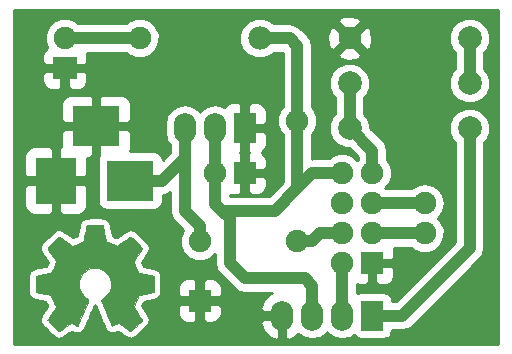
<source format=gbr>
G04 #@! TF.FileFunction,Copper,L1,Top,Signal*
%FSLAX46Y46*%
G04 Gerber Fmt 4.6, Leading zero omitted, Abs format (unit mm)*
G04 Created by KiCad (PCBNEW (2015-07-07 BZR 5906)-product) date Thu 10 Sep 2015 10:57:11 CEST*
%MOMM*%
G01*
G04 APERTURE LIST*
%ADD10C,0.100000*%
%ADD11C,0.002540*%
%ADD12R,1.900000X1.900000*%
%ADD13C,1.900000*%
%ADD14R,2.000000X1.900000*%
%ADD15R,3.500000X4.000000*%
%ADD16R,4.000000X3.500000*%
%ADD17C,1.998980*%
%ADD18R,1.900000X2.500000*%
%ADD19O,1.900000X2.500000*%
%ADD20C,1.990000*%
%ADD21O,1.900000X1.900000*%
%ADD22C,1.016000*%
%ADD23C,0.254000*%
G04 APERTURE END LIST*
D10*
D11*
G36*
X102379780Y-107360720D02*
X102430580Y-107332780D01*
X102549960Y-107259120D01*
X102715060Y-107149900D01*
X102913180Y-107017820D01*
X103111300Y-106885740D01*
X103273860Y-106776520D01*
X103388160Y-106702860D01*
X103436420Y-106674920D01*
X103461820Y-106685080D01*
X103555800Y-106730800D01*
X103692960Y-106801920D01*
X103771700Y-106842560D01*
X103896160Y-106895900D01*
X103959660Y-106908600D01*
X103969820Y-106890820D01*
X104015540Y-106794300D01*
X104086660Y-106631740D01*
X104180640Y-106413300D01*
X104289860Y-106159300D01*
X104404160Y-105887520D01*
X104521000Y-105608120D01*
X104632760Y-105341420D01*
X104729280Y-105102660D01*
X104808020Y-104907080D01*
X104858820Y-104772460D01*
X104879140Y-104714040D01*
X104874060Y-104701340D01*
X104810560Y-104640380D01*
X104701340Y-104559100D01*
X104465120Y-104366060D01*
X104231440Y-104073960D01*
X104089200Y-103743760D01*
X104040940Y-103375460D01*
X104081580Y-103035100D01*
X104216200Y-102707440D01*
X104444800Y-102412800D01*
X104721660Y-102191820D01*
X105046780Y-102054660D01*
X105410000Y-102008940D01*
X105757980Y-102049580D01*
X106093260Y-102181660D01*
X106387900Y-102405180D01*
X106512360Y-102549960D01*
X106685080Y-102847140D01*
X106781600Y-103167180D01*
X106791760Y-103248460D01*
X106779060Y-103598980D01*
X106674920Y-103936800D01*
X106489500Y-104239060D01*
X106230420Y-104485440D01*
X106199940Y-104508300D01*
X106080560Y-104597200D01*
X105999280Y-104658160D01*
X105938320Y-104708960D01*
X106385360Y-105785920D01*
X106456480Y-105956100D01*
X106578400Y-106250740D01*
X106687620Y-106504740D01*
X106771440Y-106705400D01*
X106832400Y-106840020D01*
X106857800Y-106895900D01*
X106860340Y-106898440D01*
X106900980Y-106906060D01*
X106982260Y-106875580D01*
X107132120Y-106801920D01*
X107231180Y-106751120D01*
X107345480Y-106695240D01*
X107398820Y-106674920D01*
X107442000Y-106700320D01*
X107551220Y-106771440D01*
X107711240Y-106878120D01*
X107904280Y-107007660D01*
X108087160Y-107132120D01*
X108254800Y-107243880D01*
X108379260Y-107322620D01*
X108437680Y-107355640D01*
X108447840Y-107355640D01*
X108501180Y-107325160D01*
X108597700Y-107243880D01*
X108745020Y-107106720D01*
X108950760Y-106900980D01*
X108983780Y-106870500D01*
X109153960Y-106695240D01*
X109291120Y-106550460D01*
X109385100Y-106446320D01*
X109418120Y-106400600D01*
X109418120Y-106400600D01*
X109387640Y-106342180D01*
X109311440Y-106220260D01*
X109199680Y-106047540D01*
X109062520Y-105849420D01*
X108706920Y-105331260D01*
X108902500Y-104841040D01*
X108960920Y-104691180D01*
X109037120Y-104510840D01*
X109095540Y-104381300D01*
X109123480Y-104325420D01*
X109176820Y-104305100D01*
X109311440Y-104274620D01*
X109504480Y-104233980D01*
X109735620Y-104190800D01*
X109956600Y-104150160D01*
X110154720Y-104112060D01*
X110299500Y-104084120D01*
X110363000Y-104071420D01*
X110378240Y-104061260D01*
X110393480Y-104030780D01*
X110401100Y-103962200D01*
X110406180Y-103842820D01*
X110408720Y-103652320D01*
X110408720Y-103375460D01*
X110408720Y-103344980D01*
X110406180Y-103083360D01*
X110401100Y-102872540D01*
X110393480Y-102735380D01*
X110385860Y-102682040D01*
X110383320Y-102682040D01*
X110322360Y-102666800D01*
X110182660Y-102636320D01*
X109982000Y-102598220D01*
X109745780Y-102552500D01*
X109730540Y-102549960D01*
X109494320Y-102504240D01*
X109296200Y-102463600D01*
X109156500Y-102430580D01*
X109098080Y-102412800D01*
X109085380Y-102395020D01*
X109039660Y-102303580D01*
X108971080Y-102156260D01*
X108892340Y-101978460D01*
X108816140Y-101793040D01*
X108747560Y-101625400D01*
X108704380Y-101500940D01*
X108689140Y-101445060D01*
X108691680Y-101442520D01*
X108727240Y-101386640D01*
X108808520Y-101264720D01*
X108922820Y-101094540D01*
X109059980Y-100891340D01*
X109070140Y-100876100D01*
X109207300Y-100677980D01*
X109316520Y-100507800D01*
X109390180Y-100388420D01*
X109418120Y-100332540D01*
X109418120Y-100330000D01*
X109372400Y-100269040D01*
X109270800Y-100157280D01*
X109126020Y-100004880D01*
X108950760Y-99827080D01*
X108894880Y-99773740D01*
X108699300Y-99583240D01*
X108564680Y-99458780D01*
X108480860Y-99392740D01*
X108440220Y-99377500D01*
X108440220Y-99380040D01*
X108379260Y-99415600D01*
X108252260Y-99496880D01*
X108082080Y-99613720D01*
X107878880Y-99750880D01*
X107863640Y-99761040D01*
X107665520Y-99898200D01*
X107497880Y-100009960D01*
X107381040Y-100088700D01*
X107327700Y-100119180D01*
X107320080Y-100119180D01*
X107238800Y-100096320D01*
X107096560Y-100045520D01*
X106921300Y-99976940D01*
X106735880Y-99903280D01*
X106568240Y-99832160D01*
X106441240Y-99776280D01*
X106382820Y-99740720D01*
X106380280Y-99738180D01*
X106359960Y-99667060D01*
X106324400Y-99517200D01*
X106283760Y-99311460D01*
X106235500Y-99067620D01*
X106227880Y-99026980D01*
X106184700Y-98788220D01*
X106146600Y-98592640D01*
X106118660Y-98455480D01*
X106103420Y-98399600D01*
X106070400Y-98391980D01*
X105953560Y-98384360D01*
X105775760Y-98379280D01*
X105559860Y-98376740D01*
X105333800Y-98379280D01*
X105112820Y-98384360D01*
X104924860Y-98389440D01*
X104790240Y-98399600D01*
X104734360Y-98409760D01*
X104731820Y-98414840D01*
X104711500Y-98488500D01*
X104678480Y-98638360D01*
X104635300Y-98844100D01*
X104589580Y-99090480D01*
X104579420Y-99133660D01*
X104536240Y-99369880D01*
X104495600Y-99565460D01*
X104467660Y-99700080D01*
X104452420Y-99753420D01*
X104429560Y-99763580D01*
X104333040Y-99806760D01*
X104173020Y-99872800D01*
X103974900Y-99951540D01*
X103517700Y-100136960D01*
X102956360Y-99753420D01*
X102905560Y-99717860D01*
X102702360Y-99580700D01*
X102537260Y-99471480D01*
X102422960Y-99395280D01*
X102374700Y-99369880D01*
X102369620Y-99369880D01*
X102313740Y-99420680D01*
X102204520Y-99524820D01*
X102052120Y-99672140D01*
X101874320Y-99847400D01*
X101744780Y-99979480D01*
X101589840Y-100136960D01*
X101490780Y-100241100D01*
X101437440Y-100309680D01*
X101419660Y-100350320D01*
X101424740Y-100378260D01*
X101460300Y-100436680D01*
X101541580Y-100558600D01*
X101658420Y-100728780D01*
X101795580Y-100926900D01*
X101907340Y-101094540D01*
X102029260Y-101282500D01*
X102108000Y-101417120D01*
X102135940Y-101483160D01*
X102128320Y-101508560D01*
X102090220Y-101620320D01*
X102021640Y-101785420D01*
X101937820Y-101983540D01*
X101742240Y-102428040D01*
X101452680Y-102483920D01*
X101274880Y-102516940D01*
X101028500Y-102565200D01*
X100792280Y-102610920D01*
X100423980Y-102682040D01*
X100411280Y-104035860D01*
X100467160Y-104061260D01*
X100523040Y-104076500D01*
X100660200Y-104106980D01*
X100853240Y-104145080D01*
X101084380Y-104188260D01*
X101279960Y-104223820D01*
X101478080Y-104261920D01*
X101620320Y-104289860D01*
X101681280Y-104302560D01*
X101699060Y-104325420D01*
X101747320Y-104419400D01*
X101818440Y-104571800D01*
X101897180Y-104754680D01*
X101975920Y-104945180D01*
X102044500Y-105120440D01*
X102092760Y-105252520D01*
X102113080Y-105321100D01*
X102085140Y-105374440D01*
X102011480Y-105491280D01*
X101902260Y-105656380D01*
X101767640Y-105851960D01*
X101633020Y-106047540D01*
X101518720Y-106215180D01*
X101439980Y-106337100D01*
X101406960Y-106392980D01*
X101424740Y-106428540D01*
X101503480Y-106525060D01*
X101650800Y-106677460D01*
X101871780Y-106895900D01*
X101907340Y-106931460D01*
X102082600Y-107099100D01*
X102229920Y-107236260D01*
X102334060Y-107327700D01*
X102379780Y-107360720D01*
X102379780Y-107360720D01*
G37*
X102379780Y-107360720D02*
X102430580Y-107332780D01*
X102549960Y-107259120D01*
X102715060Y-107149900D01*
X102913180Y-107017820D01*
X103111300Y-106885740D01*
X103273860Y-106776520D01*
X103388160Y-106702860D01*
X103436420Y-106674920D01*
X103461820Y-106685080D01*
X103555800Y-106730800D01*
X103692960Y-106801920D01*
X103771700Y-106842560D01*
X103896160Y-106895900D01*
X103959660Y-106908600D01*
X103969820Y-106890820D01*
X104015540Y-106794300D01*
X104086660Y-106631740D01*
X104180640Y-106413300D01*
X104289860Y-106159300D01*
X104404160Y-105887520D01*
X104521000Y-105608120D01*
X104632760Y-105341420D01*
X104729280Y-105102660D01*
X104808020Y-104907080D01*
X104858820Y-104772460D01*
X104879140Y-104714040D01*
X104874060Y-104701340D01*
X104810560Y-104640380D01*
X104701340Y-104559100D01*
X104465120Y-104366060D01*
X104231440Y-104073960D01*
X104089200Y-103743760D01*
X104040940Y-103375460D01*
X104081580Y-103035100D01*
X104216200Y-102707440D01*
X104444800Y-102412800D01*
X104721660Y-102191820D01*
X105046780Y-102054660D01*
X105410000Y-102008940D01*
X105757980Y-102049580D01*
X106093260Y-102181660D01*
X106387900Y-102405180D01*
X106512360Y-102549960D01*
X106685080Y-102847140D01*
X106781600Y-103167180D01*
X106791760Y-103248460D01*
X106779060Y-103598980D01*
X106674920Y-103936800D01*
X106489500Y-104239060D01*
X106230420Y-104485440D01*
X106199940Y-104508300D01*
X106080560Y-104597200D01*
X105999280Y-104658160D01*
X105938320Y-104708960D01*
X106385360Y-105785920D01*
X106456480Y-105956100D01*
X106578400Y-106250740D01*
X106687620Y-106504740D01*
X106771440Y-106705400D01*
X106832400Y-106840020D01*
X106857800Y-106895900D01*
X106860340Y-106898440D01*
X106900980Y-106906060D01*
X106982260Y-106875580D01*
X107132120Y-106801920D01*
X107231180Y-106751120D01*
X107345480Y-106695240D01*
X107398820Y-106674920D01*
X107442000Y-106700320D01*
X107551220Y-106771440D01*
X107711240Y-106878120D01*
X107904280Y-107007660D01*
X108087160Y-107132120D01*
X108254800Y-107243880D01*
X108379260Y-107322620D01*
X108437680Y-107355640D01*
X108447840Y-107355640D01*
X108501180Y-107325160D01*
X108597700Y-107243880D01*
X108745020Y-107106720D01*
X108950760Y-106900980D01*
X108983780Y-106870500D01*
X109153960Y-106695240D01*
X109291120Y-106550460D01*
X109385100Y-106446320D01*
X109418120Y-106400600D01*
X109418120Y-106400600D01*
X109387640Y-106342180D01*
X109311440Y-106220260D01*
X109199680Y-106047540D01*
X109062520Y-105849420D01*
X108706920Y-105331260D01*
X108902500Y-104841040D01*
X108960920Y-104691180D01*
X109037120Y-104510840D01*
X109095540Y-104381300D01*
X109123480Y-104325420D01*
X109176820Y-104305100D01*
X109311440Y-104274620D01*
X109504480Y-104233980D01*
X109735620Y-104190800D01*
X109956600Y-104150160D01*
X110154720Y-104112060D01*
X110299500Y-104084120D01*
X110363000Y-104071420D01*
X110378240Y-104061260D01*
X110393480Y-104030780D01*
X110401100Y-103962200D01*
X110406180Y-103842820D01*
X110408720Y-103652320D01*
X110408720Y-103375460D01*
X110408720Y-103344980D01*
X110406180Y-103083360D01*
X110401100Y-102872540D01*
X110393480Y-102735380D01*
X110385860Y-102682040D01*
X110383320Y-102682040D01*
X110322360Y-102666800D01*
X110182660Y-102636320D01*
X109982000Y-102598220D01*
X109745780Y-102552500D01*
X109730540Y-102549960D01*
X109494320Y-102504240D01*
X109296200Y-102463600D01*
X109156500Y-102430580D01*
X109098080Y-102412800D01*
X109085380Y-102395020D01*
X109039660Y-102303580D01*
X108971080Y-102156260D01*
X108892340Y-101978460D01*
X108816140Y-101793040D01*
X108747560Y-101625400D01*
X108704380Y-101500940D01*
X108689140Y-101445060D01*
X108691680Y-101442520D01*
X108727240Y-101386640D01*
X108808520Y-101264720D01*
X108922820Y-101094540D01*
X109059980Y-100891340D01*
X109070140Y-100876100D01*
X109207300Y-100677980D01*
X109316520Y-100507800D01*
X109390180Y-100388420D01*
X109418120Y-100332540D01*
X109418120Y-100330000D01*
X109372400Y-100269040D01*
X109270800Y-100157280D01*
X109126020Y-100004880D01*
X108950760Y-99827080D01*
X108894880Y-99773740D01*
X108699300Y-99583240D01*
X108564680Y-99458780D01*
X108480860Y-99392740D01*
X108440220Y-99377500D01*
X108440220Y-99380040D01*
X108379260Y-99415600D01*
X108252260Y-99496880D01*
X108082080Y-99613720D01*
X107878880Y-99750880D01*
X107863640Y-99761040D01*
X107665520Y-99898200D01*
X107497880Y-100009960D01*
X107381040Y-100088700D01*
X107327700Y-100119180D01*
X107320080Y-100119180D01*
X107238800Y-100096320D01*
X107096560Y-100045520D01*
X106921300Y-99976940D01*
X106735880Y-99903280D01*
X106568240Y-99832160D01*
X106441240Y-99776280D01*
X106382820Y-99740720D01*
X106380280Y-99738180D01*
X106359960Y-99667060D01*
X106324400Y-99517200D01*
X106283760Y-99311460D01*
X106235500Y-99067620D01*
X106227880Y-99026980D01*
X106184700Y-98788220D01*
X106146600Y-98592640D01*
X106118660Y-98455480D01*
X106103420Y-98399600D01*
X106070400Y-98391980D01*
X105953560Y-98384360D01*
X105775760Y-98379280D01*
X105559860Y-98376740D01*
X105333800Y-98379280D01*
X105112820Y-98384360D01*
X104924860Y-98389440D01*
X104790240Y-98399600D01*
X104734360Y-98409760D01*
X104731820Y-98414840D01*
X104711500Y-98488500D01*
X104678480Y-98638360D01*
X104635300Y-98844100D01*
X104589580Y-99090480D01*
X104579420Y-99133660D01*
X104536240Y-99369880D01*
X104495600Y-99565460D01*
X104467660Y-99700080D01*
X104452420Y-99753420D01*
X104429560Y-99763580D01*
X104333040Y-99806760D01*
X104173020Y-99872800D01*
X103974900Y-99951540D01*
X103517700Y-100136960D01*
X102956360Y-99753420D01*
X102905560Y-99717860D01*
X102702360Y-99580700D01*
X102537260Y-99471480D01*
X102422960Y-99395280D01*
X102374700Y-99369880D01*
X102369620Y-99369880D01*
X102313740Y-99420680D01*
X102204520Y-99524820D01*
X102052120Y-99672140D01*
X101874320Y-99847400D01*
X101744780Y-99979480D01*
X101589840Y-100136960D01*
X101490780Y-100241100D01*
X101437440Y-100309680D01*
X101419660Y-100350320D01*
X101424740Y-100378260D01*
X101460300Y-100436680D01*
X101541580Y-100558600D01*
X101658420Y-100728780D01*
X101795580Y-100926900D01*
X101907340Y-101094540D01*
X102029260Y-101282500D01*
X102108000Y-101417120D01*
X102135940Y-101483160D01*
X102128320Y-101508560D01*
X102090220Y-101620320D01*
X102021640Y-101785420D01*
X101937820Y-101983540D01*
X101742240Y-102428040D01*
X101452680Y-102483920D01*
X101274880Y-102516940D01*
X101028500Y-102565200D01*
X100792280Y-102610920D01*
X100423980Y-102682040D01*
X100411280Y-104035860D01*
X100467160Y-104061260D01*
X100523040Y-104076500D01*
X100660200Y-104106980D01*
X100853240Y-104145080D01*
X101084380Y-104188260D01*
X101279960Y-104223820D01*
X101478080Y-104261920D01*
X101620320Y-104289860D01*
X101681280Y-104302560D01*
X101699060Y-104325420D01*
X101747320Y-104419400D01*
X101818440Y-104571800D01*
X101897180Y-104754680D01*
X101975920Y-104945180D01*
X102044500Y-105120440D01*
X102092760Y-105252520D01*
X102113080Y-105321100D01*
X102085140Y-105374440D01*
X102011480Y-105491280D01*
X101902260Y-105656380D01*
X101767640Y-105851960D01*
X101633020Y-106047540D01*
X101518720Y-106215180D01*
X101439980Y-106337100D01*
X101406960Y-106392980D01*
X101424740Y-106428540D01*
X101503480Y-106525060D01*
X101650800Y-106677460D01*
X101871780Y-106895900D01*
X101907340Y-106931460D01*
X102082600Y-107099100D01*
X102229920Y-107236260D01*
X102334060Y-107327700D01*
X102379780Y-107360720D01*
D12*
X114300000Y-104775000D03*
D13*
X114300000Y-99775000D03*
X122555000Y-99695000D03*
X122555000Y-89535000D03*
D14*
X102870000Y-85090000D03*
D13*
X102870000Y-82550000D03*
X126365000Y-101600000D03*
D12*
X128905000Y-101600000D03*
D13*
X126365000Y-99060000D03*
X128905000Y-99060000D03*
X126365000Y-96520000D03*
X128905000Y-96520000D03*
X126365000Y-93980000D03*
X128905000Y-93980000D03*
D12*
X118110000Y-93980000D03*
D13*
X115610000Y-93980000D03*
D15*
X102115000Y-94615000D03*
D16*
X105515000Y-90015000D03*
X108415000Y-94615000D03*
D17*
X137160000Y-90170000D03*
X127000000Y-90170000D03*
X137160000Y-86360000D03*
X127000000Y-86360000D03*
D13*
X127000000Y-82550000D03*
D17*
X137160000Y-82550000D03*
D18*
X118110000Y-90170000D03*
D19*
X115570000Y-90170000D03*
X113030000Y-90170000D03*
D18*
X128905000Y-106045000D03*
D19*
X126365000Y-106045000D03*
X123825000Y-106045000D03*
X121285000Y-106045000D03*
D13*
X109220000Y-82550000D03*
D20*
X119380000Y-82550000D03*
D13*
X133350000Y-99060000D03*
D21*
X133350000Y-96520000D03*
D22*
X108415000Y-94615000D02*
X111125000Y-94615000D01*
X111125000Y-94615000D02*
X113030000Y-92710000D01*
X114300000Y-99775000D02*
X114300000Y-98425000D01*
X113030000Y-97155000D02*
X113030000Y-94615000D01*
X114300000Y-98425000D02*
X113030000Y-97155000D01*
X113030000Y-90170000D02*
X113030000Y-92710000D01*
X113030000Y-92710000D02*
X113030000Y-94615000D01*
X118110000Y-89535000D02*
X118150000Y-89575000D01*
X118110000Y-93940000D02*
X118150000Y-93980000D01*
X126365000Y-93980000D02*
X123825000Y-93980000D01*
X123825000Y-93980000D02*
X122555000Y-95250000D01*
X123825000Y-106045000D02*
X123825000Y-103505000D01*
X116840000Y-97790000D02*
X116205000Y-97155000D01*
X116840000Y-101600000D02*
X116840000Y-97790000D01*
X118110000Y-102870000D02*
X116840000Y-101600000D01*
X123190000Y-102870000D02*
X118110000Y-102870000D01*
X123825000Y-103505000D02*
X123190000Y-102870000D01*
X119380000Y-82550000D02*
X121920000Y-82550000D01*
X122555000Y-83185000D02*
X122555000Y-89535000D01*
X121920000Y-82550000D02*
X122555000Y-83185000D01*
X122555000Y-93345000D02*
X122555000Y-95250000D01*
X120650000Y-97155000D02*
X116205000Y-97155000D01*
X122555000Y-95250000D02*
X120650000Y-97155000D01*
X122555000Y-93345000D02*
X122555000Y-89535000D01*
X115610000Y-93980000D02*
X115610000Y-96560000D01*
X115610000Y-96560000D02*
X116205000Y-97155000D01*
X115610000Y-93980000D02*
X115610000Y-90210000D01*
X115610000Y-90210000D02*
X115570000Y-90170000D01*
X126365000Y-106045000D02*
X126365000Y-102235000D01*
X128905000Y-99060000D02*
X133350000Y-99060000D01*
X133350000Y-96520000D02*
X128905000Y-96520000D01*
X127000000Y-90170000D02*
X128905000Y-92075000D01*
X128905000Y-92075000D02*
X128905000Y-93980000D01*
X127000000Y-86360000D02*
X127000000Y-90170000D01*
X128905000Y-106045000D02*
X131445000Y-106045000D01*
X137160000Y-100330000D02*
X137160000Y-90170000D01*
X131445000Y-106045000D02*
X137160000Y-100330000D01*
X137160000Y-86360000D02*
X137160000Y-82550000D01*
X109220000Y-82550000D02*
X102870000Y-82550000D01*
X122555000Y-99695000D02*
X123825000Y-99695000D01*
X124460000Y-99060000D02*
X126365000Y-99060000D01*
X123825000Y-99695000D02*
X124460000Y-99060000D01*
D23*
G36*
X139573000Y-108458000D02*
X98552000Y-108458000D01*
X98552000Y-104029779D01*
X99763039Y-104029779D01*
X99785098Y-104146385D01*
X99804286Y-104263483D01*
X99808552Y-104270361D01*
X99810056Y-104278313D01*
X99875057Y-104377598D01*
X99937598Y-104478442D01*
X99944170Y-104483163D01*
X99948604Y-104489936D01*
X100046660Y-104556794D01*
X100070054Y-104573600D01*
X100070232Y-104573805D01*
X100070582Y-104573979D01*
X100143024Y-104626023D01*
X100198904Y-104651423D01*
X100249804Y-104663356D01*
X100296589Y-104686687D01*
X100352469Y-104701927D01*
X100368083Y-104703020D01*
X100382410Y-104709333D01*
X100519571Y-104739813D01*
X100527418Y-104739988D01*
X100534674Y-104742981D01*
X100727714Y-104781081D01*
X100731074Y-104781076D01*
X100734194Y-104782326D01*
X100965334Y-104825506D01*
X100966931Y-104825487D01*
X100968414Y-104826073D01*
X101160760Y-104861045D01*
X101244069Y-104877066D01*
X101299861Y-105006646D01*
X101374465Y-105187140D01*
X101397111Y-105245012D01*
X101364858Y-105293766D01*
X101233641Y-105484402D01*
X101099021Y-105679982D01*
X101098443Y-105681324D01*
X101097402Y-105682346D01*
X100983102Y-105849986D01*
X100979880Y-105857563D01*
X100974148Y-105863477D01*
X100895408Y-105985397D01*
X100890592Y-105997558D01*
X100881867Y-106007306D01*
X100848847Y-106063186D01*
X100826056Y-106128160D01*
X100791957Y-106187979D01*
X100784598Y-106246355D01*
X100765125Y-106301871D01*
X100768933Y-106370618D01*
X100760321Y-106438935D01*
X100775861Y-106495680D01*
X100779115Y-106554426D01*
X100802757Y-106603615D01*
X100803836Y-106614905D01*
X100813494Y-106633102D01*
X100827130Y-106682895D01*
X100844910Y-106718455D01*
X100879175Y-106762605D01*
X100888690Y-106782402D01*
X100896395Y-106789298D01*
X100922418Y-106838329D01*
X101001158Y-106934849D01*
X101022440Y-106952419D01*
X101037381Y-106975622D01*
X101184701Y-107128022D01*
X101190862Y-107132291D01*
X101195061Y-107138498D01*
X101414728Y-107355640D01*
X101448944Y-107389856D01*
X101455036Y-107393926D01*
X101459241Y-107399927D01*
X101634501Y-107567567D01*
X101638255Y-107569956D01*
X101640857Y-107573565D01*
X101788177Y-107710725D01*
X101796349Y-107715773D01*
X101802191Y-107723396D01*
X101906331Y-107814836D01*
X101933295Y-107830425D01*
X101954504Y-107853239D01*
X102000224Y-107886259D01*
X102100844Y-107932300D01*
X102199036Y-107983283D01*
X102215345Y-107984692D01*
X102230231Y-107991504D01*
X102340813Y-107995535D01*
X102451039Y-108005061D01*
X102466644Y-108000123D01*
X102483005Y-108000719D01*
X102586714Y-107962124D01*
X102692193Y-107928744D01*
X102742994Y-107900804D01*
X102755580Y-107890220D01*
X102770991Y-107884481D01*
X102890371Y-107810821D01*
X102897994Y-107803731D01*
X102907634Y-107799790D01*
X103072734Y-107690570D01*
X103073571Y-107689741D01*
X103074655Y-107689293D01*
X103272776Y-107557213D01*
X103272778Y-107557211D01*
X103470896Y-107425133D01*
X103471738Y-107424293D01*
X103472833Y-107423836D01*
X103478725Y-107419877D01*
X103496958Y-107425122D01*
X103516334Y-107438414D01*
X103640794Y-107491754D01*
X103706758Y-107505713D01*
X103769024Y-107531581D01*
X103832524Y-107544281D01*
X103855817Y-107544305D01*
X103877906Y-107551694D01*
X103981559Y-107544437D01*
X104085466Y-107544545D01*
X104106995Y-107535654D01*
X104130231Y-107534027D01*
X104223217Y-107487656D01*
X104319256Y-107447993D01*
X104335743Y-107431540D01*
X104356588Y-107421145D01*
X104394307Y-107377746D01*
X104404889Y-107371412D01*
X104430330Y-107337151D01*
X104498300Y-107269323D01*
X104507236Y-107247812D01*
X104522516Y-107230232D01*
X104532676Y-107212452D01*
X104540667Y-107188562D01*
X104555686Y-107168336D01*
X104601406Y-107071815D01*
X104603811Y-107062239D01*
X104609457Y-107054139D01*
X104680577Y-106891579D01*
X104681010Y-106889606D01*
X104682155Y-106887942D01*
X104776135Y-106669501D01*
X104776148Y-106669440D01*
X104776186Y-106669385D01*
X104885406Y-106415385D01*
X104885956Y-106412803D01*
X104887434Y-106410616D01*
X105001734Y-106138836D01*
X105001868Y-106138181D01*
X105002241Y-106137627D01*
X105119081Y-105858227D01*
X105119082Y-105858224D01*
X105230657Y-105591967D01*
X105231488Y-105587876D01*
X105233778Y-105584385D01*
X105330297Y-105345625D01*
X105330385Y-105345161D01*
X105330643Y-105344767D01*
X105409383Y-105149188D01*
X105410722Y-105142089D01*
X105414015Y-105136804D01*
X105786623Y-106034452D01*
X105787064Y-106035111D01*
X105787221Y-106035888D01*
X105857973Y-106205188D01*
X105979388Y-106498608D01*
X105981908Y-106502383D01*
X105982854Y-106506825D01*
X106090754Y-106757755D01*
X106173261Y-106955272D01*
X106178690Y-106963344D01*
X106180896Y-106972816D01*
X106241856Y-107107436D01*
X106242130Y-107107818D01*
X106242237Y-107108276D01*
X106267637Y-107164156D01*
X106304179Y-107215021D01*
X106325318Y-107264508D01*
X106366002Y-107304307D01*
X106399404Y-107354296D01*
X106401944Y-107356836D01*
X106409862Y-107362127D01*
X106415218Y-107369582D01*
X106463062Y-107399254D01*
X106506132Y-107441386D01*
X106562108Y-107463854D01*
X106612258Y-107497363D01*
X106625508Y-107499999D01*
X106630177Y-107502894D01*
X106679512Y-107510978D01*
X106740871Y-107535607D01*
X106781511Y-107543227D01*
X106830904Y-107542683D01*
X106878989Y-107553956D01*
X106956200Y-107541304D01*
X107034438Y-107540443D01*
X107079858Y-107521041D01*
X107128603Y-107513054D01*
X107209883Y-107482574D01*
X107237184Y-107465643D01*
X107268224Y-107457369D01*
X107350654Y-107416853D01*
X107350923Y-107417033D01*
X107541297Y-107544784D01*
X107722427Y-107668053D01*
X107725333Y-107669286D01*
X107727565Y-107671513D01*
X107895204Y-107783273D01*
X107902495Y-107786284D01*
X107908208Y-107791719D01*
X108032668Y-107870459D01*
X108047901Y-107876328D01*
X108060274Y-107886980D01*
X108118694Y-107920000D01*
X108156503Y-107932450D01*
X108189598Y-107954563D01*
X108247030Y-107965987D01*
X108277269Y-107981067D01*
X108311408Y-107983457D01*
X108358947Y-107999111D01*
X108398641Y-107996145D01*
X108437680Y-108003910D01*
X108447840Y-108003910D01*
X108488371Y-107995848D01*
X108529594Y-107998734D01*
X108577239Y-107982797D01*
X108611185Y-107980260D01*
X108640112Y-107965664D01*
X108695922Y-107954563D01*
X108730281Y-107931605D01*
X108769472Y-107918496D01*
X108822812Y-107888016D01*
X108867220Y-107849419D01*
X108918754Y-107821029D01*
X109015274Y-107739749D01*
X109025506Y-107726954D01*
X109039443Y-107718345D01*
X109186763Y-107581185D01*
X109193640Y-107571648D01*
X109203416Y-107565116D01*
X109399985Y-107368547D01*
X109423489Y-107346851D01*
X109434067Y-107332313D01*
X109448867Y-107322106D01*
X109619047Y-107146846D01*
X109621256Y-107143432D01*
X109624573Y-107141084D01*
X109761733Y-106996305D01*
X109765989Y-106989548D01*
X109772391Y-106984778D01*
X109866371Y-106880638D01*
X109884590Y-106850093D01*
X109910639Y-106825876D01*
X109943659Y-106780156D01*
X109986794Y-106685888D01*
X110036565Y-106594968D01*
X110039107Y-106571560D01*
X110048904Y-106550149D01*
X110052681Y-106446551D01*
X110063870Y-106343504D01*
X110057261Y-106320907D01*
X110058119Y-106297375D01*
X110021963Y-106200219D01*
X109992866Y-106100732D01*
X109962386Y-106042312D01*
X109946408Y-106022441D01*
X109937372Y-105998598D01*
X109861172Y-105876678D01*
X109857621Y-105872904D01*
X109855708Y-105868086D01*
X109743948Y-105695366D01*
X109736778Y-105687981D01*
X109732683Y-105678539D01*
X109596196Y-105481390D01*
X109457816Y-105279750D01*
X112423000Y-105279750D01*
X112423000Y-105909392D01*
X112564127Y-106250104D01*
X112824897Y-106510873D01*
X113165608Y-106652000D01*
X113795250Y-106652000D01*
X114027000Y-106420250D01*
X114027000Y-105048000D01*
X114573000Y-105048000D01*
X114573000Y-106420250D01*
X114804750Y-106652000D01*
X115434392Y-106652000D01*
X115530316Y-106612267D01*
X119424948Y-106612267D01*
X119668815Y-107303734D01*
X120158731Y-107849242D01*
X120724856Y-108136471D01*
X121012000Y-107967442D01*
X121012000Y-106318000D01*
X119637789Y-106318000D01*
X119424948Y-106612267D01*
X115530316Y-106612267D01*
X115775103Y-106510873D01*
X116035873Y-106250104D01*
X116177000Y-105909392D01*
X116177000Y-105279750D01*
X115945250Y-105048000D01*
X114573000Y-105048000D01*
X114027000Y-105048000D01*
X114027000Y-105048000D01*
X112654750Y-105048000D01*
X112423000Y-105279750D01*
X109457816Y-105279750D01*
X109437336Y-105249908D01*
X109504619Y-105081263D01*
X109505095Y-105078695D01*
X109506498Y-105076497D01*
X109561612Y-104935119D01*
X109585120Y-104879483D01*
X109630766Y-104869874D01*
X109853701Y-104828226D01*
X110073856Y-104787738D01*
X110076348Y-104786748D01*
X110079024Y-104786765D01*
X110277144Y-104748665D01*
X110277341Y-104748585D01*
X110277558Y-104748586D01*
X110422338Y-104720646D01*
X110424406Y-104719803D01*
X110426636Y-104719801D01*
X110490137Y-104707101D01*
X110556144Y-104679679D01*
X110583241Y-104676263D01*
X110633532Y-104647595D01*
X110722595Y-104610813D01*
X110737835Y-104600653D01*
X110767086Y-104571463D01*
X110802987Y-104550998D01*
X110855850Y-104482885D01*
X110916879Y-104421983D01*
X110932733Y-104383822D01*
X110958070Y-104351175D01*
X110973310Y-104320695D01*
X111001068Y-104219335D01*
X111013921Y-104188396D01*
X111013932Y-104177607D01*
X111037785Y-104102369D01*
X111045405Y-104033789D01*
X111043490Y-104011499D01*
X111048784Y-103989761D01*
X111053864Y-103870381D01*
X111052390Y-103860872D01*
X111054392Y-103851463D01*
X111056932Y-103660963D01*
X111056131Y-103656637D01*
X111056990Y-103652320D01*
X111056990Y-103640608D01*
X112423000Y-103640608D01*
X112423000Y-104270250D01*
X112654750Y-104502000D01*
X114027000Y-104502000D01*
X114027000Y-103129750D01*
X114573000Y-103129750D01*
X114573000Y-104502000D01*
X115945250Y-104502000D01*
X116177000Y-104270250D01*
X116177000Y-103640608D01*
X116035873Y-103299896D01*
X115775103Y-103039127D01*
X115434392Y-102898000D01*
X114804750Y-102898000D01*
X114573000Y-103129750D01*
X114027000Y-103129750D01*
X114027000Y-103129750D01*
X113795250Y-102898000D01*
X113165608Y-102898000D01*
X112824897Y-103039127D01*
X112564127Y-103299896D01*
X112423000Y-103640608D01*
X111056990Y-103640608D01*
X111056990Y-103344980D01*
X111056364Y-103341835D01*
X111056959Y-103338686D01*
X111054419Y-103077066D01*
X111053448Y-103072421D01*
X111054262Y-103067743D01*
X111049182Y-102856924D01*
X111046919Y-102846826D01*
X111048372Y-102836581D01*
X111040752Y-102699420D01*
X111033693Y-102671987D01*
X111035235Y-102643701D01*
X111027615Y-102590361D01*
X111000641Y-102513680D01*
X110984783Y-102433958D01*
X110959049Y-102395444D01*
X110943679Y-102351751D01*
X110889417Y-102291232D01*
X110844256Y-102223644D01*
X110805743Y-102197911D01*
X110774822Y-102163424D01*
X110701527Y-102128275D01*
X110633942Y-102083117D01*
X110588514Y-102074081D01*
X110546748Y-102054052D01*
X110541955Y-102053791D01*
X110540548Y-102053126D01*
X110479589Y-102037886D01*
X110469661Y-102037403D01*
X110460549Y-102033430D01*
X110320850Y-102002950D01*
X110311894Y-102002785D01*
X110303589Y-101999429D01*
X110103974Y-101961527D01*
X109868966Y-101916042D01*
X109860385Y-101916086D01*
X109855935Y-101914404D01*
X109853726Y-101913502D01*
X109853366Y-101913432D01*
X109852355Y-101913050D01*
X109845412Y-101911893D01*
X109621073Y-101868472D01*
X109545788Y-101853029D01*
X109488629Y-101723962D01*
X109415991Y-101547209D01*
X109409826Y-101532140D01*
X109460504Y-101456687D01*
X109597298Y-101254030D01*
X109598034Y-101252277D01*
X109599373Y-101250935D01*
X109606360Y-101240455D01*
X109740303Y-101046981D01*
X109744885Y-101036416D01*
X109752875Y-101028125D01*
X109862095Y-100857946D01*
X109864235Y-100852496D01*
X109868221Y-100848211D01*
X109941881Y-100728831D01*
X109952085Y-100701432D01*
X109970010Y-100678335D01*
X109997950Y-100622455D01*
X110004102Y-100599989D01*
X110017043Y-100580622D01*
X110034064Y-100495050D01*
X110059874Y-100421679D01*
X110058722Y-100400540D01*
X110064759Y-100378495D01*
X110061846Y-100355385D01*
X110066390Y-100332540D01*
X110066390Y-100330000D01*
X110050532Y-100250276D01*
X110046108Y-100169112D01*
X110035602Y-100147204D01*
X110033123Y-100127539D01*
X110022363Y-100108663D01*
X110017043Y-100081918D01*
X109971885Y-100014333D01*
X109936736Y-99941038D01*
X109891016Y-99880078D01*
X109868008Y-99859449D01*
X109852081Y-99832966D01*
X109750481Y-99721206D01*
X109744660Y-99716903D01*
X109740795Y-99710784D01*
X109596015Y-99558384D01*
X109591045Y-99554875D01*
X109587702Y-99549794D01*
X109412442Y-99371993D01*
X109404141Y-99366360D01*
X109398375Y-99358150D01*
X109344838Y-99307047D01*
X109151625Y-99118853D01*
X109144429Y-99114180D01*
X109139382Y-99107233D01*
X109004762Y-98982773D01*
X108982691Y-98969246D01*
X108965876Y-98949569D01*
X108882056Y-98883529D01*
X108793214Y-98838294D01*
X108708483Y-98785746D01*
X108667843Y-98770506D01*
X108627214Y-98763849D01*
X108605201Y-98753115D01*
X108540411Y-98749159D01*
X108440220Y-98729230D01*
X108429256Y-98731411D01*
X108418229Y-98729604D01*
X108377293Y-98739201D01*
X108352728Y-98737701D01*
X108291354Y-98758842D01*
X108192138Y-98778577D01*
X108182846Y-98784786D01*
X108171964Y-98787337D01*
X108138193Y-98811599D01*
X108113576Y-98820078D01*
X108052616Y-98855638D01*
X108042449Y-98864635D01*
X108029808Y-98869581D01*
X107902808Y-98950861D01*
X107895127Y-98958245D01*
X107885335Y-98962446D01*
X107717348Y-99077780D01*
X107517742Y-99212515D01*
X107504045Y-99221647D01*
X107499949Y-99225734D01*
X107494639Y-99228037D01*
X107301172Y-99361975D01*
X107237393Y-99404494D01*
X107159054Y-99373840D01*
X106982193Y-99303580D01*
X106939415Y-99285431D01*
X106919741Y-99185834D01*
X106919695Y-99185722D01*
X106919695Y-99185598D01*
X106872068Y-98944956D01*
X106865428Y-98909543D01*
X106822622Y-98672851D01*
X106820991Y-98668712D01*
X106821009Y-98664263D01*
X106782909Y-98468684D01*
X106781838Y-98466069D01*
X106781825Y-98463243D01*
X106753885Y-98326082D01*
X106745585Y-98306302D01*
X106744087Y-98284909D01*
X106728847Y-98229029D01*
X106686655Y-98144424D01*
X106653152Y-98056018D01*
X106630632Y-98032083D01*
X106615965Y-98002672D01*
X106544607Y-97940653D01*
X106479823Y-97871798D01*
X106449857Y-97858303D01*
X106425052Y-97836744D01*
X106364998Y-97816656D01*
X106356933Y-97810472D01*
X106324201Y-97801713D01*
X106249190Y-97767931D01*
X106216170Y-97760311D01*
X106194583Y-97759654D01*
X106185173Y-97756506D01*
X106161472Y-97758165D01*
X106112589Y-97745084D01*
X105995749Y-97737464D01*
X105983813Y-97739039D01*
X105972075Y-97736354D01*
X105794274Y-97731274D01*
X105788808Y-97732200D01*
X105783386Y-97731055D01*
X105567486Y-97728515D01*
X105560031Y-97729907D01*
X105552576Y-97728511D01*
X105326517Y-97731051D01*
X105322722Y-97731850D01*
X105318901Y-97731181D01*
X105097921Y-97736261D01*
X105096618Y-97736551D01*
X105095306Y-97736327D01*
X104907346Y-97741407D01*
X104891851Y-97744927D01*
X104876073Y-97743008D01*
X104741453Y-97753168D01*
X104708487Y-97762351D01*
X104674274Y-97761787D01*
X104618394Y-97771947D01*
X104575316Y-97788964D01*
X104529359Y-97794757D01*
X104458739Y-97835013D01*
X104450949Y-97838091D01*
X104411830Y-97851049D01*
X104406512Y-97855644D01*
X104383141Y-97864876D01*
X104349853Y-97897083D01*
X104309613Y-97920022D01*
X104264036Y-97978748D01*
X104220435Y-98016420D01*
X104214688Y-98027861D01*
X104201358Y-98040758D01*
X104182929Y-98083252D01*
X104154530Y-98119844D01*
X104151990Y-98124925D01*
X104135285Y-98185927D01*
X104106892Y-98242447D01*
X104086573Y-98316106D01*
X104085322Y-98333257D01*
X104078416Y-98349007D01*
X104045396Y-98498867D01*
X104045328Y-98502166D01*
X104044032Y-98505205D01*
X104000853Y-98710944D01*
X104000772Y-98718656D01*
X103997911Y-98725822D01*
X103955005Y-98957037D01*
X103948383Y-98985181D01*
X103947808Y-99001713D01*
X103941717Y-99017091D01*
X103899944Y-99245615D01*
X103891309Y-99287169D01*
X103735471Y-99349105D01*
X103733533Y-99350360D01*
X103731264Y-99350794D01*
X103596305Y-99405527D01*
X103325159Y-99220264D01*
X103277318Y-99186777D01*
X103272192Y-99184522D01*
X103268249Y-99180542D01*
X103065049Y-99043382D01*
X103062218Y-99042194D01*
X103060034Y-99040030D01*
X102895778Y-98931368D01*
X102782555Y-98855887D01*
X102751228Y-98842949D01*
X102724889Y-98821614D01*
X102676629Y-98796214D01*
X102654204Y-98789568D01*
X102645909Y-98783435D01*
X102638814Y-98781669D01*
X102622782Y-98770957D01*
X102527376Y-98751979D01*
X102434114Y-98724339D01*
X102416077Y-98726232D01*
X102400455Y-98722344D01*
X102387871Y-98724230D01*
X102374700Y-98721610D01*
X102369620Y-98721610D01*
X102268538Y-98741717D01*
X102182553Y-98750741D01*
X102171707Y-98756628D01*
X102150307Y-98759835D01*
X102136892Y-98767903D01*
X102121538Y-98770957D01*
X102028958Y-98832817D01*
X102006976Y-98846037D01*
X101960245Y-98871401D01*
X101955915Y-98876746D01*
X101933547Y-98890199D01*
X101877666Y-98940999D01*
X101873004Y-98947305D01*
X101866385Y-98951503D01*
X101757165Y-99055643D01*
X101755862Y-99057496D01*
X101753958Y-99058722D01*
X101601558Y-99206041D01*
X101599723Y-99208689D01*
X101597034Y-99210458D01*
X101419233Y-99385718D01*
X101416101Y-99390333D01*
X101411495Y-99393476D01*
X101282338Y-99525166D01*
X101127732Y-99682306D01*
X101124679Y-99686957D01*
X101120131Y-99690163D01*
X101021071Y-99794303D01*
X101003674Y-99821804D01*
X100979066Y-99843101D01*
X100925727Y-99911681D01*
X100894735Y-99973503D01*
X100886658Y-99981318D01*
X100879034Y-99998898D01*
X100843523Y-100049841D01*
X100825743Y-100090481D01*
X100817682Y-100127206D01*
X100812371Y-100137801D01*
X100811090Y-100155569D01*
X100786019Y-100213378D01*
X100784983Y-100276187D01*
X100771516Y-100337543D01*
X100782917Y-100401416D01*
X100781847Y-100466286D01*
X100786927Y-100494226D01*
X100809835Y-100552219D01*
X100815963Y-100586549D01*
X100834509Y-100615526D01*
X100870989Y-100715326D01*
X100906549Y-100773746D01*
X100915729Y-100783736D01*
X100920907Y-100796275D01*
X101002187Y-100918196D01*
X101005370Y-100921386D01*
X101007146Y-100925525D01*
X101123986Y-101095705D01*
X101124905Y-101096601D01*
X101125417Y-101097782D01*
X101259348Y-101291236D01*
X101365675Y-101450727D01*
X101422365Y-101538123D01*
X101342586Y-101726691D01*
X101285892Y-101855540D01*
X101156511Y-101879568D01*
X101153505Y-101880768D01*
X101150267Y-101880759D01*
X100904151Y-101928967D01*
X100669368Y-101974409D01*
X100301067Y-102045529D01*
X100243069Y-102069173D01*
X100181527Y-102080816D01*
X100127091Y-102116455D01*
X100066842Y-102141017D01*
X100022307Y-102185056D01*
X99969904Y-102219364D01*
X99933250Y-102273122D01*
X99886986Y-102318871D01*
X99862694Y-102376601D01*
X99827410Y-102428350D01*
X99814118Y-102492043D01*
X99788884Y-102552014D01*
X99788534Y-102614647D01*
X99775739Y-102675959D01*
X99763039Y-104029779D01*
X98552000Y-104029779D01*
X98552000Y-95119750D01*
X99438000Y-95119750D01*
X99438000Y-96799392D01*
X99579127Y-97140103D01*
X99839896Y-97400873D01*
X100180608Y-97542000D01*
X101610250Y-97542000D01*
X101842000Y-97310250D01*
X101842000Y-94888000D01*
X102388000Y-94888000D01*
X102388000Y-97310250D01*
X102619750Y-97542000D01*
X104049392Y-97542000D01*
X104390104Y-97400873D01*
X104650873Y-97140103D01*
X104792000Y-96799392D01*
X104792000Y-95119750D01*
X104560250Y-94888000D01*
X102388000Y-94888000D01*
X101842000Y-94888000D01*
X101842000Y-94888000D01*
X99669750Y-94888000D01*
X99438000Y-95119750D01*
X98552000Y-95119750D01*
X98552000Y-92430608D01*
X99438000Y-92430608D01*
X99438000Y-94110250D01*
X99669750Y-94342000D01*
X101842000Y-94342000D01*
X101842000Y-91919750D01*
X102388000Y-91919750D01*
X102388000Y-94342000D01*
X104560250Y-94342000D01*
X104792000Y-94110250D01*
X104792000Y-92865000D01*
X105673757Y-92865000D01*
X105673757Y-96365000D01*
X105727541Y-96642202D01*
X105887583Y-96885838D01*
X106129191Y-97048926D01*
X106415000Y-97106243D01*
X110415000Y-97106243D01*
X110692202Y-97052459D01*
X110935838Y-96892417D01*
X111098926Y-96650809D01*
X111156243Y-96365000D01*
X111156243Y-95843785D01*
X111597614Y-95755991D01*
X111795000Y-95624102D01*
X111795000Y-97155000D01*
X111889009Y-97627614D01*
X112156723Y-98028277D01*
X112915732Y-98787286D01*
X112879138Y-98823816D01*
X112623292Y-99439961D01*
X112622710Y-100107112D01*
X112877480Y-100723703D01*
X113348816Y-101195862D01*
X113964961Y-101451708D01*
X114632112Y-101452290D01*
X115248703Y-101197520D01*
X115605000Y-100841844D01*
X115605000Y-101600000D01*
X115699009Y-102072614D01*
X115966723Y-102473277D01*
X117236723Y-103743277D01*
X117637386Y-104010991D01*
X118110000Y-104105000D01*
X120426308Y-104105000D01*
X120158731Y-104240758D01*
X119668815Y-104786266D01*
X119424948Y-105477733D01*
X119637789Y-105772000D01*
X121012000Y-105772000D01*
X121012000Y-105752000D01*
X121558000Y-105752000D01*
X121558000Y-105772000D01*
X121578000Y-105772000D01*
X121578000Y-106318000D01*
X121558000Y-106318000D01*
X121558000Y-107967442D01*
X121845144Y-108136471D01*
X122411269Y-107849242D01*
X122653729Y-107579270D01*
X123183240Y-107933078D01*
X123825000Y-108060732D01*
X124466760Y-107933078D01*
X125010818Y-107569550D01*
X125095000Y-107443563D01*
X125179182Y-107569550D01*
X125723240Y-107933078D01*
X126365000Y-108060732D01*
X127006760Y-107933078D01*
X127352740Y-107701902D01*
X127427583Y-107815838D01*
X127669191Y-107978926D01*
X127955000Y-108036243D01*
X129855000Y-108036243D01*
X130132202Y-107982459D01*
X130375838Y-107822417D01*
X130538926Y-107580809D01*
X130596243Y-107295000D01*
X130596243Y-107280000D01*
X131445000Y-107280000D01*
X131917614Y-107185991D01*
X132318277Y-106918277D01*
X138033277Y-101203277D01*
X138300991Y-100802614D01*
X138395001Y-100330000D01*
X138395000Y-100329995D01*
X138395000Y-91376651D01*
X138622794Y-91149255D01*
X138886190Y-90514927D01*
X138886789Y-89828087D01*
X138624500Y-89193300D01*
X138139255Y-88707206D01*
X137504927Y-88443810D01*
X136818087Y-88443211D01*
X136183300Y-88705500D01*
X135697206Y-89190745D01*
X135433810Y-89825073D01*
X135433211Y-90511913D01*
X135695500Y-91146700D01*
X135925000Y-91376602D01*
X135925000Y-99818446D01*
X130933446Y-104810000D01*
X130596243Y-104810000D01*
X130596243Y-104795000D01*
X130542459Y-104517798D01*
X130382417Y-104274162D01*
X130140809Y-104111074D01*
X129855000Y-104053757D01*
X127955000Y-104053757D01*
X127677798Y-104107541D01*
X127600000Y-104158646D01*
X127600000Y-103406332D01*
X127770608Y-103477000D01*
X128400250Y-103477000D01*
X128632000Y-103245250D01*
X128632000Y-101873000D01*
X129178000Y-101873000D01*
X129178000Y-103245250D01*
X129409750Y-103477000D01*
X130039392Y-103477000D01*
X130380104Y-103335873D01*
X130640873Y-103075103D01*
X130782000Y-102734392D01*
X130782000Y-102104750D01*
X130550250Y-101873000D01*
X129178000Y-101873000D01*
X128632000Y-101873000D01*
X128632000Y-101873000D01*
X128612000Y-101873000D01*
X128612000Y-101327000D01*
X128632000Y-101327000D01*
X128632000Y-101307000D01*
X129178000Y-101307000D01*
X129178000Y-101327000D01*
X130550250Y-101327000D01*
X130782000Y-101095250D01*
X130782000Y-100465608D01*
X130711332Y-100295000D01*
X132213278Y-100295000D01*
X132398816Y-100480862D01*
X133014961Y-100736708D01*
X133682112Y-100737290D01*
X134298703Y-100482520D01*
X134770862Y-100011184D01*
X135026708Y-99395039D01*
X135027290Y-98727888D01*
X134772520Y-98111297D01*
X134448143Y-97786353D01*
X134568672Y-97705818D01*
X134932200Y-97161760D01*
X135059854Y-96520000D01*
X134932200Y-95878240D01*
X134568672Y-95334182D01*
X134024614Y-94970654D01*
X133382854Y-94843000D01*
X133317146Y-94843000D01*
X132675386Y-94970654D01*
X132204934Y-95285000D01*
X130041722Y-95285000D01*
X130006636Y-95249853D01*
X130325862Y-94931184D01*
X130581708Y-94315039D01*
X130582290Y-93647888D01*
X130327520Y-93031297D01*
X130140000Y-92843450D01*
X130140000Y-92075000D01*
X130045991Y-91602386D01*
X129778277Y-91201723D01*
X128726508Y-90149954D01*
X128726789Y-89828087D01*
X128464500Y-89193300D01*
X128235000Y-88963398D01*
X128235000Y-87566651D01*
X128462794Y-87339255D01*
X128726190Y-86704927D01*
X128726789Y-86018087D01*
X128464500Y-85383300D01*
X127979255Y-84897206D01*
X127344927Y-84633810D01*
X126658087Y-84633211D01*
X126023300Y-84895500D01*
X125537206Y-85380745D01*
X125273810Y-86015073D01*
X125273211Y-86701913D01*
X125535500Y-87336700D01*
X125765000Y-87566602D01*
X125765000Y-88963349D01*
X125537206Y-89190745D01*
X125273810Y-89825073D01*
X125273211Y-90511913D01*
X125535500Y-91146700D01*
X126020745Y-91632794D01*
X126655073Y-91896190D01*
X126979919Y-91896473D01*
X127670000Y-92586554D01*
X127670000Y-92843278D01*
X127634853Y-92878364D01*
X127316184Y-92559138D01*
X126700039Y-92303292D01*
X126032888Y-92302710D01*
X125416297Y-92557480D01*
X125228450Y-92745000D01*
X123825000Y-92745000D01*
X123790000Y-92751962D01*
X123790000Y-90671722D01*
X123975862Y-90486184D01*
X124231708Y-89870039D01*
X124232290Y-89202888D01*
X123977520Y-88586297D01*
X123790000Y-88398450D01*
X123790000Y-83916640D01*
X126019440Y-83916640D01*
X126107478Y-84242906D01*
X126823264Y-84455595D01*
X127565957Y-84378174D01*
X127892522Y-84242906D01*
X127980560Y-83916640D01*
X127000000Y-82936080D01*
X126019440Y-83916640D01*
X123790000Y-83916640D01*
X123790000Y-83185000D01*
X123695991Y-82712386D01*
X123469398Y-82373264D01*
X125094405Y-82373264D01*
X125171826Y-83115957D01*
X125307094Y-83442522D01*
X125633360Y-83530560D01*
X126613920Y-82550000D01*
X127386080Y-82550000D01*
X128366640Y-83530560D01*
X128692906Y-83442522D01*
X128856514Y-82891913D01*
X135433211Y-82891913D01*
X135695500Y-83526700D01*
X135925000Y-83756602D01*
X135925000Y-85153349D01*
X135697206Y-85380745D01*
X135433810Y-86015073D01*
X135433211Y-86701913D01*
X135695500Y-87336700D01*
X136180745Y-87822794D01*
X136815073Y-88086190D01*
X137501913Y-88086789D01*
X138136700Y-87824500D01*
X138622794Y-87339255D01*
X138886190Y-86704927D01*
X138886789Y-86018087D01*
X138624500Y-85383300D01*
X138395000Y-85153398D01*
X138395000Y-83756651D01*
X138622794Y-83529255D01*
X138886190Y-82894927D01*
X138886789Y-82208087D01*
X138624500Y-81573300D01*
X138139255Y-81087206D01*
X137504927Y-80823810D01*
X136818087Y-80823211D01*
X136183300Y-81085500D01*
X135697206Y-81570745D01*
X135433810Y-82205073D01*
X135433211Y-82891913D01*
X128856514Y-82891913D01*
X128905595Y-82726736D01*
X128828174Y-81984043D01*
X128692906Y-81657478D01*
X128366640Y-81569440D01*
X127386080Y-82550000D01*
X126613920Y-82550000D01*
X126613920Y-82550000D01*
X125633360Y-81569440D01*
X125307094Y-81657478D01*
X125094405Y-82373264D01*
X123469398Y-82373264D01*
X123428277Y-82311723D01*
X122793277Y-81676723D01*
X122392614Y-81409009D01*
X121920000Y-81315000D01*
X120580307Y-81315000D01*
X120448897Y-81183360D01*
X126019440Y-81183360D01*
X127000000Y-82163920D01*
X127980560Y-81183360D01*
X127892522Y-80857094D01*
X127176736Y-80644405D01*
X126434043Y-80721826D01*
X126107478Y-80857094D01*
X126019440Y-81183360D01*
X120448897Y-81183360D01*
X120356708Y-81091011D01*
X119724030Y-80828300D01*
X119038976Y-80827702D01*
X118405840Y-81089308D01*
X117921011Y-81573292D01*
X117658300Y-82205970D01*
X117657702Y-82891024D01*
X117919308Y-83524160D01*
X118403292Y-84008989D01*
X119035970Y-84271700D01*
X119721024Y-84272298D01*
X120354160Y-84010692D01*
X120580246Y-83785000D01*
X121320000Y-83785000D01*
X121320000Y-88398278D01*
X121134138Y-88583816D01*
X120878292Y-89199961D01*
X120877710Y-89867112D01*
X121132480Y-90483703D01*
X121320000Y-90671550D01*
X121320000Y-94738446D01*
X120138446Y-95920000D01*
X116845000Y-95920000D01*
X116845000Y-95802901D01*
X116975608Y-95857000D01*
X117605250Y-95857000D01*
X117837000Y-95625250D01*
X117837000Y-94253000D01*
X118383000Y-94253000D01*
X118383000Y-95625250D01*
X118614750Y-95857000D01*
X119244392Y-95857000D01*
X119585104Y-95715873D01*
X119845873Y-95455103D01*
X119987000Y-95114392D01*
X119987000Y-94484750D01*
X119755250Y-94253000D01*
X118383000Y-94253000D01*
X117837000Y-94253000D01*
X117837000Y-94253000D01*
X117817000Y-94253000D01*
X117817000Y-93707000D01*
X117837000Y-93707000D01*
X117837000Y-92334750D01*
X117727250Y-92225000D01*
X117837000Y-92115250D01*
X117837000Y-90443000D01*
X118383000Y-90443000D01*
X118383000Y-92115250D01*
X118492750Y-92225000D01*
X118383000Y-92334750D01*
X118383000Y-93707000D01*
X119755250Y-93707000D01*
X119987000Y-93475250D01*
X119987000Y-92845608D01*
X119845873Y-92504897D01*
X119585104Y-92244127D01*
X119538927Y-92225000D01*
X119585103Y-92205873D01*
X119845873Y-91945104D01*
X119987000Y-91604392D01*
X119987000Y-90674750D01*
X119755250Y-90443000D01*
X118383000Y-90443000D01*
X117837000Y-90443000D01*
X117837000Y-90443000D01*
X117817000Y-90443000D01*
X117817000Y-89897000D01*
X117837000Y-89897000D01*
X117837000Y-88224750D01*
X118383000Y-88224750D01*
X118383000Y-89897000D01*
X119755250Y-89897000D01*
X119987000Y-89665250D01*
X119987000Y-88735608D01*
X119845873Y-88394896D01*
X119585103Y-88134127D01*
X119244392Y-87993000D01*
X118614750Y-87993000D01*
X118383000Y-88224750D01*
X117837000Y-88224750D01*
X117837000Y-88224750D01*
X117605250Y-87993000D01*
X116975608Y-87993000D01*
X116634897Y-88134127D01*
X116376815Y-88392208D01*
X116211760Y-88281922D01*
X115570000Y-88154268D01*
X114928240Y-88281922D01*
X114384182Y-88645450D01*
X114300000Y-88771437D01*
X114215818Y-88645450D01*
X113671760Y-88281922D01*
X113030000Y-88154268D01*
X112388240Y-88281922D01*
X111844182Y-88645450D01*
X111480654Y-89189508D01*
X111353000Y-89831268D01*
X111353000Y-90508732D01*
X111480654Y-91150492D01*
X111795000Y-91620944D01*
X111795000Y-92198446D01*
X111151726Y-92841720D01*
X111102459Y-92587798D01*
X110942417Y-92344162D01*
X110700809Y-92181074D01*
X110415000Y-92123757D01*
X108369776Y-92123757D01*
X108442000Y-91949392D01*
X108442000Y-90519750D01*
X108210250Y-90288000D01*
X105788000Y-90288000D01*
X105788000Y-92460250D01*
X105801946Y-92474196D01*
X105731074Y-92579191D01*
X105673757Y-92865000D01*
X104792000Y-92865000D01*
X104792000Y-92692000D01*
X105010250Y-92692000D01*
X105242000Y-92460250D01*
X105242000Y-90288000D01*
X102819750Y-90288000D01*
X102588000Y-90519750D01*
X102588000Y-91719750D01*
X102388000Y-91919750D01*
X101842000Y-91919750D01*
X101842000Y-91919750D01*
X101610250Y-91688000D01*
X100180608Y-91688000D01*
X99839896Y-91829127D01*
X99579127Y-92089897D01*
X99438000Y-92430608D01*
X98552000Y-92430608D01*
X98552000Y-88080608D01*
X102588000Y-88080608D01*
X102588000Y-89510250D01*
X102819750Y-89742000D01*
X105242000Y-89742000D01*
X105242000Y-87569750D01*
X105788000Y-87569750D01*
X105788000Y-89742000D01*
X108210250Y-89742000D01*
X108442000Y-89510250D01*
X108442000Y-88080608D01*
X108300873Y-87739897D01*
X108040104Y-87479127D01*
X107699392Y-87338000D01*
X106019750Y-87338000D01*
X105788000Y-87569750D01*
X105242000Y-87569750D01*
X105242000Y-87569750D01*
X105010250Y-87338000D01*
X103330608Y-87338000D01*
X102989896Y-87479127D01*
X102729127Y-87739897D01*
X102588000Y-88080608D01*
X98552000Y-88080608D01*
X98552000Y-85594750D01*
X100943000Y-85594750D01*
X100943000Y-86224392D01*
X101084127Y-86565103D01*
X101344896Y-86825873D01*
X101685608Y-86967000D01*
X102365250Y-86967000D01*
X102597000Y-86735250D01*
X102597000Y-85363000D01*
X103143000Y-85363000D01*
X103143000Y-86735250D01*
X103374750Y-86967000D01*
X104054392Y-86967000D01*
X104395104Y-86825873D01*
X104655873Y-86565103D01*
X104797000Y-86224392D01*
X104797000Y-85594750D01*
X104565250Y-85363000D01*
X103143000Y-85363000D01*
X102597000Y-85363000D01*
X102597000Y-85363000D01*
X101174750Y-85363000D01*
X100943000Y-85594750D01*
X98552000Y-85594750D01*
X98552000Y-83955608D01*
X100943000Y-83955608D01*
X100943000Y-84585250D01*
X101174750Y-84817000D01*
X102597000Y-84817000D01*
X102597000Y-84797000D01*
X103143000Y-84797000D01*
X103143000Y-84817000D01*
X104565250Y-84817000D01*
X104797000Y-84585250D01*
X104797000Y-83955608D01*
X104726332Y-83785000D01*
X108083278Y-83785000D01*
X108268816Y-83970862D01*
X108884961Y-84226708D01*
X109552112Y-84227290D01*
X110168703Y-83972520D01*
X110640862Y-83501184D01*
X110896708Y-82885039D01*
X110897290Y-82217888D01*
X110642520Y-81601297D01*
X110171184Y-81129138D01*
X109555039Y-80873292D01*
X108887888Y-80872710D01*
X108271297Y-81127480D01*
X108083450Y-81315000D01*
X104006722Y-81315000D01*
X103821184Y-81129138D01*
X103205039Y-80873292D01*
X102537888Y-80872710D01*
X101921297Y-81127480D01*
X101449138Y-81598816D01*
X101193292Y-82214961D01*
X101192710Y-82882112D01*
X101381481Y-83338973D01*
X101344896Y-83354127D01*
X101084127Y-83614897D01*
X100943000Y-83955608D01*
X98552000Y-83955608D01*
X98552000Y-80137000D01*
X139573000Y-80137000D01*
X139573000Y-108458000D01*
X139573000Y-108458000D01*
G37*
X139573000Y-108458000D02*
X98552000Y-108458000D01*
X98552000Y-104029779D01*
X99763039Y-104029779D01*
X99785098Y-104146385D01*
X99804286Y-104263483D01*
X99808552Y-104270361D01*
X99810056Y-104278313D01*
X99875057Y-104377598D01*
X99937598Y-104478442D01*
X99944170Y-104483163D01*
X99948604Y-104489936D01*
X100046660Y-104556794D01*
X100070054Y-104573600D01*
X100070232Y-104573805D01*
X100070582Y-104573979D01*
X100143024Y-104626023D01*
X100198904Y-104651423D01*
X100249804Y-104663356D01*
X100296589Y-104686687D01*
X100352469Y-104701927D01*
X100368083Y-104703020D01*
X100382410Y-104709333D01*
X100519571Y-104739813D01*
X100527418Y-104739988D01*
X100534674Y-104742981D01*
X100727714Y-104781081D01*
X100731074Y-104781076D01*
X100734194Y-104782326D01*
X100965334Y-104825506D01*
X100966931Y-104825487D01*
X100968414Y-104826073D01*
X101160760Y-104861045D01*
X101244069Y-104877066D01*
X101299861Y-105006646D01*
X101374465Y-105187140D01*
X101397111Y-105245012D01*
X101364858Y-105293766D01*
X101233641Y-105484402D01*
X101099021Y-105679982D01*
X101098443Y-105681324D01*
X101097402Y-105682346D01*
X100983102Y-105849986D01*
X100979880Y-105857563D01*
X100974148Y-105863477D01*
X100895408Y-105985397D01*
X100890592Y-105997558D01*
X100881867Y-106007306D01*
X100848847Y-106063186D01*
X100826056Y-106128160D01*
X100791957Y-106187979D01*
X100784598Y-106246355D01*
X100765125Y-106301871D01*
X100768933Y-106370618D01*
X100760321Y-106438935D01*
X100775861Y-106495680D01*
X100779115Y-106554426D01*
X100802757Y-106603615D01*
X100803836Y-106614905D01*
X100813494Y-106633102D01*
X100827130Y-106682895D01*
X100844910Y-106718455D01*
X100879175Y-106762605D01*
X100888690Y-106782402D01*
X100896395Y-106789298D01*
X100922418Y-106838329D01*
X101001158Y-106934849D01*
X101022440Y-106952419D01*
X101037381Y-106975622D01*
X101184701Y-107128022D01*
X101190862Y-107132291D01*
X101195061Y-107138498D01*
X101414728Y-107355640D01*
X101448944Y-107389856D01*
X101455036Y-107393926D01*
X101459241Y-107399927D01*
X101634501Y-107567567D01*
X101638255Y-107569956D01*
X101640857Y-107573565D01*
X101788177Y-107710725D01*
X101796349Y-107715773D01*
X101802191Y-107723396D01*
X101906331Y-107814836D01*
X101933295Y-107830425D01*
X101954504Y-107853239D01*
X102000224Y-107886259D01*
X102100844Y-107932300D01*
X102199036Y-107983283D01*
X102215345Y-107984692D01*
X102230231Y-107991504D01*
X102340813Y-107995535D01*
X102451039Y-108005061D01*
X102466644Y-108000123D01*
X102483005Y-108000719D01*
X102586714Y-107962124D01*
X102692193Y-107928744D01*
X102742994Y-107900804D01*
X102755580Y-107890220D01*
X102770991Y-107884481D01*
X102890371Y-107810821D01*
X102897994Y-107803731D01*
X102907634Y-107799790D01*
X103072734Y-107690570D01*
X103073571Y-107689741D01*
X103074655Y-107689293D01*
X103272776Y-107557213D01*
X103272778Y-107557211D01*
X103470896Y-107425133D01*
X103471738Y-107424293D01*
X103472833Y-107423836D01*
X103478725Y-107419877D01*
X103496958Y-107425122D01*
X103516334Y-107438414D01*
X103640794Y-107491754D01*
X103706758Y-107505713D01*
X103769024Y-107531581D01*
X103832524Y-107544281D01*
X103855817Y-107544305D01*
X103877906Y-107551694D01*
X103981559Y-107544437D01*
X104085466Y-107544545D01*
X104106995Y-107535654D01*
X104130231Y-107534027D01*
X104223217Y-107487656D01*
X104319256Y-107447993D01*
X104335743Y-107431540D01*
X104356588Y-107421145D01*
X104394307Y-107377746D01*
X104404889Y-107371412D01*
X104430330Y-107337151D01*
X104498300Y-107269323D01*
X104507236Y-107247812D01*
X104522516Y-107230232D01*
X104532676Y-107212452D01*
X104540667Y-107188562D01*
X104555686Y-107168336D01*
X104601406Y-107071815D01*
X104603811Y-107062239D01*
X104609457Y-107054139D01*
X104680577Y-106891579D01*
X104681010Y-106889606D01*
X104682155Y-106887942D01*
X104776135Y-106669501D01*
X104776148Y-106669440D01*
X104776186Y-106669385D01*
X104885406Y-106415385D01*
X104885956Y-106412803D01*
X104887434Y-106410616D01*
X105001734Y-106138836D01*
X105001868Y-106138181D01*
X105002241Y-106137627D01*
X105119081Y-105858227D01*
X105119082Y-105858224D01*
X105230657Y-105591967D01*
X105231488Y-105587876D01*
X105233778Y-105584385D01*
X105330297Y-105345625D01*
X105330385Y-105345161D01*
X105330643Y-105344767D01*
X105409383Y-105149188D01*
X105410722Y-105142089D01*
X105414015Y-105136804D01*
X105786623Y-106034452D01*
X105787064Y-106035111D01*
X105787221Y-106035888D01*
X105857973Y-106205188D01*
X105979388Y-106498608D01*
X105981908Y-106502383D01*
X105982854Y-106506825D01*
X106090754Y-106757755D01*
X106173261Y-106955272D01*
X106178690Y-106963344D01*
X106180896Y-106972816D01*
X106241856Y-107107436D01*
X106242130Y-107107818D01*
X106242237Y-107108276D01*
X106267637Y-107164156D01*
X106304179Y-107215021D01*
X106325318Y-107264508D01*
X106366002Y-107304307D01*
X106399404Y-107354296D01*
X106401944Y-107356836D01*
X106409862Y-107362127D01*
X106415218Y-107369582D01*
X106463062Y-107399254D01*
X106506132Y-107441386D01*
X106562108Y-107463854D01*
X106612258Y-107497363D01*
X106625508Y-107499999D01*
X106630177Y-107502894D01*
X106679512Y-107510978D01*
X106740871Y-107535607D01*
X106781511Y-107543227D01*
X106830904Y-107542683D01*
X106878989Y-107553956D01*
X106956200Y-107541304D01*
X107034438Y-107540443D01*
X107079858Y-107521041D01*
X107128603Y-107513054D01*
X107209883Y-107482574D01*
X107237184Y-107465643D01*
X107268224Y-107457369D01*
X107350654Y-107416853D01*
X107350923Y-107417033D01*
X107541297Y-107544784D01*
X107722427Y-107668053D01*
X107725333Y-107669286D01*
X107727565Y-107671513D01*
X107895204Y-107783273D01*
X107902495Y-107786284D01*
X107908208Y-107791719D01*
X108032668Y-107870459D01*
X108047901Y-107876328D01*
X108060274Y-107886980D01*
X108118694Y-107920000D01*
X108156503Y-107932450D01*
X108189598Y-107954563D01*
X108247030Y-107965987D01*
X108277269Y-107981067D01*
X108311408Y-107983457D01*
X108358947Y-107999111D01*
X108398641Y-107996145D01*
X108437680Y-108003910D01*
X108447840Y-108003910D01*
X108488371Y-107995848D01*
X108529594Y-107998734D01*
X108577239Y-107982797D01*
X108611185Y-107980260D01*
X108640112Y-107965664D01*
X108695922Y-107954563D01*
X108730281Y-107931605D01*
X108769472Y-107918496D01*
X108822812Y-107888016D01*
X108867220Y-107849419D01*
X108918754Y-107821029D01*
X109015274Y-107739749D01*
X109025506Y-107726954D01*
X109039443Y-107718345D01*
X109186763Y-107581185D01*
X109193640Y-107571648D01*
X109203416Y-107565116D01*
X109399985Y-107368547D01*
X109423489Y-107346851D01*
X109434067Y-107332313D01*
X109448867Y-107322106D01*
X109619047Y-107146846D01*
X109621256Y-107143432D01*
X109624573Y-107141084D01*
X109761733Y-106996305D01*
X109765989Y-106989548D01*
X109772391Y-106984778D01*
X109866371Y-106880638D01*
X109884590Y-106850093D01*
X109910639Y-106825876D01*
X109943659Y-106780156D01*
X109986794Y-106685888D01*
X110036565Y-106594968D01*
X110039107Y-106571560D01*
X110048904Y-106550149D01*
X110052681Y-106446551D01*
X110063870Y-106343504D01*
X110057261Y-106320907D01*
X110058119Y-106297375D01*
X110021963Y-106200219D01*
X109992866Y-106100732D01*
X109962386Y-106042312D01*
X109946408Y-106022441D01*
X109937372Y-105998598D01*
X109861172Y-105876678D01*
X109857621Y-105872904D01*
X109855708Y-105868086D01*
X109743948Y-105695366D01*
X109736778Y-105687981D01*
X109732683Y-105678539D01*
X109596196Y-105481390D01*
X109457816Y-105279750D01*
X112423000Y-105279750D01*
X112423000Y-105909392D01*
X112564127Y-106250104D01*
X112824897Y-106510873D01*
X113165608Y-106652000D01*
X113795250Y-106652000D01*
X114027000Y-106420250D01*
X114027000Y-105048000D01*
X114573000Y-105048000D01*
X114573000Y-106420250D01*
X114804750Y-106652000D01*
X115434392Y-106652000D01*
X115530316Y-106612267D01*
X119424948Y-106612267D01*
X119668815Y-107303734D01*
X120158731Y-107849242D01*
X120724856Y-108136471D01*
X121012000Y-107967442D01*
X121012000Y-106318000D01*
X119637789Y-106318000D01*
X119424948Y-106612267D01*
X115530316Y-106612267D01*
X115775103Y-106510873D01*
X116035873Y-106250104D01*
X116177000Y-105909392D01*
X116177000Y-105279750D01*
X115945250Y-105048000D01*
X114573000Y-105048000D01*
X114027000Y-105048000D01*
X114027000Y-105048000D01*
X112654750Y-105048000D01*
X112423000Y-105279750D01*
X109457816Y-105279750D01*
X109437336Y-105249908D01*
X109504619Y-105081263D01*
X109505095Y-105078695D01*
X109506498Y-105076497D01*
X109561612Y-104935119D01*
X109585120Y-104879483D01*
X109630766Y-104869874D01*
X109853701Y-104828226D01*
X110073856Y-104787738D01*
X110076348Y-104786748D01*
X110079024Y-104786765D01*
X110277144Y-104748665D01*
X110277341Y-104748585D01*
X110277558Y-104748586D01*
X110422338Y-104720646D01*
X110424406Y-104719803D01*
X110426636Y-104719801D01*
X110490137Y-104707101D01*
X110556144Y-104679679D01*
X110583241Y-104676263D01*
X110633532Y-104647595D01*
X110722595Y-104610813D01*
X110737835Y-104600653D01*
X110767086Y-104571463D01*
X110802987Y-104550998D01*
X110855850Y-104482885D01*
X110916879Y-104421983D01*
X110932733Y-104383822D01*
X110958070Y-104351175D01*
X110973310Y-104320695D01*
X111001068Y-104219335D01*
X111013921Y-104188396D01*
X111013932Y-104177607D01*
X111037785Y-104102369D01*
X111045405Y-104033789D01*
X111043490Y-104011499D01*
X111048784Y-103989761D01*
X111053864Y-103870381D01*
X111052390Y-103860872D01*
X111054392Y-103851463D01*
X111056932Y-103660963D01*
X111056131Y-103656637D01*
X111056990Y-103652320D01*
X111056990Y-103640608D01*
X112423000Y-103640608D01*
X112423000Y-104270250D01*
X112654750Y-104502000D01*
X114027000Y-104502000D01*
X114027000Y-103129750D01*
X114573000Y-103129750D01*
X114573000Y-104502000D01*
X115945250Y-104502000D01*
X116177000Y-104270250D01*
X116177000Y-103640608D01*
X116035873Y-103299896D01*
X115775103Y-103039127D01*
X115434392Y-102898000D01*
X114804750Y-102898000D01*
X114573000Y-103129750D01*
X114027000Y-103129750D01*
X114027000Y-103129750D01*
X113795250Y-102898000D01*
X113165608Y-102898000D01*
X112824897Y-103039127D01*
X112564127Y-103299896D01*
X112423000Y-103640608D01*
X111056990Y-103640608D01*
X111056990Y-103344980D01*
X111056364Y-103341835D01*
X111056959Y-103338686D01*
X111054419Y-103077066D01*
X111053448Y-103072421D01*
X111054262Y-103067743D01*
X111049182Y-102856924D01*
X111046919Y-102846826D01*
X111048372Y-102836581D01*
X111040752Y-102699420D01*
X111033693Y-102671987D01*
X111035235Y-102643701D01*
X111027615Y-102590361D01*
X111000641Y-102513680D01*
X110984783Y-102433958D01*
X110959049Y-102395444D01*
X110943679Y-102351751D01*
X110889417Y-102291232D01*
X110844256Y-102223644D01*
X110805743Y-102197911D01*
X110774822Y-102163424D01*
X110701527Y-102128275D01*
X110633942Y-102083117D01*
X110588514Y-102074081D01*
X110546748Y-102054052D01*
X110541955Y-102053791D01*
X110540548Y-102053126D01*
X110479589Y-102037886D01*
X110469661Y-102037403D01*
X110460549Y-102033430D01*
X110320850Y-102002950D01*
X110311894Y-102002785D01*
X110303589Y-101999429D01*
X110103974Y-101961527D01*
X109868966Y-101916042D01*
X109860385Y-101916086D01*
X109855935Y-101914404D01*
X109853726Y-101913502D01*
X109853366Y-101913432D01*
X109852355Y-101913050D01*
X109845412Y-101911893D01*
X109621073Y-101868472D01*
X109545788Y-101853029D01*
X109488629Y-101723962D01*
X109415991Y-101547209D01*
X109409826Y-101532140D01*
X109460504Y-101456687D01*
X109597298Y-101254030D01*
X109598034Y-101252277D01*
X109599373Y-101250935D01*
X109606360Y-101240455D01*
X109740303Y-101046981D01*
X109744885Y-101036416D01*
X109752875Y-101028125D01*
X109862095Y-100857946D01*
X109864235Y-100852496D01*
X109868221Y-100848211D01*
X109941881Y-100728831D01*
X109952085Y-100701432D01*
X109970010Y-100678335D01*
X109997950Y-100622455D01*
X110004102Y-100599989D01*
X110017043Y-100580622D01*
X110034064Y-100495050D01*
X110059874Y-100421679D01*
X110058722Y-100400540D01*
X110064759Y-100378495D01*
X110061846Y-100355385D01*
X110066390Y-100332540D01*
X110066390Y-100330000D01*
X110050532Y-100250276D01*
X110046108Y-100169112D01*
X110035602Y-100147204D01*
X110033123Y-100127539D01*
X110022363Y-100108663D01*
X110017043Y-100081918D01*
X109971885Y-100014333D01*
X109936736Y-99941038D01*
X109891016Y-99880078D01*
X109868008Y-99859449D01*
X109852081Y-99832966D01*
X109750481Y-99721206D01*
X109744660Y-99716903D01*
X109740795Y-99710784D01*
X109596015Y-99558384D01*
X109591045Y-99554875D01*
X109587702Y-99549794D01*
X109412442Y-99371993D01*
X109404141Y-99366360D01*
X109398375Y-99358150D01*
X109344838Y-99307047D01*
X109151625Y-99118853D01*
X109144429Y-99114180D01*
X109139382Y-99107233D01*
X109004762Y-98982773D01*
X108982691Y-98969246D01*
X108965876Y-98949569D01*
X108882056Y-98883529D01*
X108793214Y-98838294D01*
X108708483Y-98785746D01*
X108667843Y-98770506D01*
X108627214Y-98763849D01*
X108605201Y-98753115D01*
X108540411Y-98749159D01*
X108440220Y-98729230D01*
X108429256Y-98731411D01*
X108418229Y-98729604D01*
X108377293Y-98739201D01*
X108352728Y-98737701D01*
X108291354Y-98758842D01*
X108192138Y-98778577D01*
X108182846Y-98784786D01*
X108171964Y-98787337D01*
X108138193Y-98811599D01*
X108113576Y-98820078D01*
X108052616Y-98855638D01*
X108042449Y-98864635D01*
X108029808Y-98869581D01*
X107902808Y-98950861D01*
X107895127Y-98958245D01*
X107885335Y-98962446D01*
X107717348Y-99077780D01*
X107517742Y-99212515D01*
X107504045Y-99221647D01*
X107499949Y-99225734D01*
X107494639Y-99228037D01*
X107301172Y-99361975D01*
X107237393Y-99404494D01*
X107159054Y-99373840D01*
X106982193Y-99303580D01*
X106939415Y-99285431D01*
X106919741Y-99185834D01*
X106919695Y-99185722D01*
X106919695Y-99185598D01*
X106872068Y-98944956D01*
X106865428Y-98909543D01*
X106822622Y-98672851D01*
X106820991Y-98668712D01*
X106821009Y-98664263D01*
X106782909Y-98468684D01*
X106781838Y-98466069D01*
X106781825Y-98463243D01*
X106753885Y-98326082D01*
X106745585Y-98306302D01*
X106744087Y-98284909D01*
X106728847Y-98229029D01*
X106686655Y-98144424D01*
X106653152Y-98056018D01*
X106630632Y-98032083D01*
X106615965Y-98002672D01*
X106544607Y-97940653D01*
X106479823Y-97871798D01*
X106449857Y-97858303D01*
X106425052Y-97836744D01*
X106364998Y-97816656D01*
X106356933Y-97810472D01*
X106324201Y-97801713D01*
X106249190Y-97767931D01*
X106216170Y-97760311D01*
X106194583Y-97759654D01*
X106185173Y-97756506D01*
X106161472Y-97758165D01*
X106112589Y-97745084D01*
X105995749Y-97737464D01*
X105983813Y-97739039D01*
X105972075Y-97736354D01*
X105794274Y-97731274D01*
X105788808Y-97732200D01*
X105783386Y-97731055D01*
X105567486Y-97728515D01*
X105560031Y-97729907D01*
X105552576Y-97728511D01*
X105326517Y-97731051D01*
X105322722Y-97731850D01*
X105318901Y-97731181D01*
X105097921Y-97736261D01*
X105096618Y-97736551D01*
X105095306Y-97736327D01*
X104907346Y-97741407D01*
X104891851Y-97744927D01*
X104876073Y-97743008D01*
X104741453Y-97753168D01*
X104708487Y-97762351D01*
X104674274Y-97761787D01*
X104618394Y-97771947D01*
X104575316Y-97788964D01*
X104529359Y-97794757D01*
X104458739Y-97835013D01*
X104450949Y-97838091D01*
X104411830Y-97851049D01*
X104406512Y-97855644D01*
X104383141Y-97864876D01*
X104349853Y-97897083D01*
X104309613Y-97920022D01*
X104264036Y-97978748D01*
X104220435Y-98016420D01*
X104214688Y-98027861D01*
X104201358Y-98040758D01*
X104182929Y-98083252D01*
X104154530Y-98119844D01*
X104151990Y-98124925D01*
X104135285Y-98185927D01*
X104106892Y-98242447D01*
X104086573Y-98316106D01*
X104085322Y-98333257D01*
X104078416Y-98349007D01*
X104045396Y-98498867D01*
X104045328Y-98502166D01*
X104044032Y-98505205D01*
X104000853Y-98710944D01*
X104000772Y-98718656D01*
X103997911Y-98725822D01*
X103955005Y-98957037D01*
X103948383Y-98985181D01*
X103947808Y-99001713D01*
X103941717Y-99017091D01*
X103899944Y-99245615D01*
X103891309Y-99287169D01*
X103735471Y-99349105D01*
X103733533Y-99350360D01*
X103731264Y-99350794D01*
X103596305Y-99405527D01*
X103325159Y-99220264D01*
X103277318Y-99186777D01*
X103272192Y-99184522D01*
X103268249Y-99180542D01*
X103065049Y-99043382D01*
X103062218Y-99042194D01*
X103060034Y-99040030D01*
X102895778Y-98931368D01*
X102782555Y-98855887D01*
X102751228Y-98842949D01*
X102724889Y-98821614D01*
X102676629Y-98796214D01*
X102654204Y-98789568D01*
X102645909Y-98783435D01*
X102638814Y-98781669D01*
X102622782Y-98770957D01*
X102527376Y-98751979D01*
X102434114Y-98724339D01*
X102416077Y-98726232D01*
X102400455Y-98722344D01*
X102387871Y-98724230D01*
X102374700Y-98721610D01*
X102369620Y-98721610D01*
X102268538Y-98741717D01*
X102182553Y-98750741D01*
X102171707Y-98756628D01*
X102150307Y-98759835D01*
X102136892Y-98767903D01*
X102121538Y-98770957D01*
X102028958Y-98832817D01*
X102006976Y-98846037D01*
X101960245Y-98871401D01*
X101955915Y-98876746D01*
X101933547Y-98890199D01*
X101877666Y-98940999D01*
X101873004Y-98947305D01*
X101866385Y-98951503D01*
X101757165Y-99055643D01*
X101755862Y-99057496D01*
X101753958Y-99058722D01*
X101601558Y-99206041D01*
X101599723Y-99208689D01*
X101597034Y-99210458D01*
X101419233Y-99385718D01*
X101416101Y-99390333D01*
X101411495Y-99393476D01*
X101282338Y-99525166D01*
X101127732Y-99682306D01*
X101124679Y-99686957D01*
X101120131Y-99690163D01*
X101021071Y-99794303D01*
X101003674Y-99821804D01*
X100979066Y-99843101D01*
X100925727Y-99911681D01*
X100894735Y-99973503D01*
X100886658Y-99981318D01*
X100879034Y-99998898D01*
X100843523Y-100049841D01*
X100825743Y-100090481D01*
X100817682Y-100127206D01*
X100812371Y-100137801D01*
X100811090Y-100155569D01*
X100786019Y-100213378D01*
X100784983Y-100276187D01*
X100771516Y-100337543D01*
X100782917Y-100401416D01*
X100781847Y-100466286D01*
X100786927Y-100494226D01*
X100809835Y-100552219D01*
X100815963Y-100586549D01*
X100834509Y-100615526D01*
X100870989Y-100715326D01*
X100906549Y-100773746D01*
X100915729Y-100783736D01*
X100920907Y-100796275D01*
X101002187Y-100918196D01*
X101005370Y-100921386D01*
X101007146Y-100925525D01*
X101123986Y-101095705D01*
X101124905Y-101096601D01*
X101125417Y-101097782D01*
X101259348Y-101291236D01*
X101365675Y-101450727D01*
X101422365Y-101538123D01*
X101342586Y-101726691D01*
X101285892Y-101855540D01*
X101156511Y-101879568D01*
X101153505Y-101880768D01*
X101150267Y-101880759D01*
X100904151Y-101928967D01*
X100669368Y-101974409D01*
X100301067Y-102045529D01*
X100243069Y-102069173D01*
X100181527Y-102080816D01*
X100127091Y-102116455D01*
X100066842Y-102141017D01*
X100022307Y-102185056D01*
X99969904Y-102219364D01*
X99933250Y-102273122D01*
X99886986Y-102318871D01*
X99862694Y-102376601D01*
X99827410Y-102428350D01*
X99814118Y-102492043D01*
X99788884Y-102552014D01*
X99788534Y-102614647D01*
X99775739Y-102675959D01*
X99763039Y-104029779D01*
X98552000Y-104029779D01*
X98552000Y-95119750D01*
X99438000Y-95119750D01*
X99438000Y-96799392D01*
X99579127Y-97140103D01*
X99839896Y-97400873D01*
X100180608Y-97542000D01*
X101610250Y-97542000D01*
X101842000Y-97310250D01*
X101842000Y-94888000D01*
X102388000Y-94888000D01*
X102388000Y-97310250D01*
X102619750Y-97542000D01*
X104049392Y-97542000D01*
X104390104Y-97400873D01*
X104650873Y-97140103D01*
X104792000Y-96799392D01*
X104792000Y-95119750D01*
X104560250Y-94888000D01*
X102388000Y-94888000D01*
X101842000Y-94888000D01*
X101842000Y-94888000D01*
X99669750Y-94888000D01*
X99438000Y-95119750D01*
X98552000Y-95119750D01*
X98552000Y-92430608D01*
X99438000Y-92430608D01*
X99438000Y-94110250D01*
X99669750Y-94342000D01*
X101842000Y-94342000D01*
X101842000Y-91919750D01*
X102388000Y-91919750D01*
X102388000Y-94342000D01*
X104560250Y-94342000D01*
X104792000Y-94110250D01*
X104792000Y-92865000D01*
X105673757Y-92865000D01*
X105673757Y-96365000D01*
X105727541Y-96642202D01*
X105887583Y-96885838D01*
X106129191Y-97048926D01*
X106415000Y-97106243D01*
X110415000Y-97106243D01*
X110692202Y-97052459D01*
X110935838Y-96892417D01*
X111098926Y-96650809D01*
X111156243Y-96365000D01*
X111156243Y-95843785D01*
X111597614Y-95755991D01*
X111795000Y-95624102D01*
X111795000Y-97155000D01*
X111889009Y-97627614D01*
X112156723Y-98028277D01*
X112915732Y-98787286D01*
X112879138Y-98823816D01*
X112623292Y-99439961D01*
X112622710Y-100107112D01*
X112877480Y-100723703D01*
X113348816Y-101195862D01*
X113964961Y-101451708D01*
X114632112Y-101452290D01*
X115248703Y-101197520D01*
X115605000Y-100841844D01*
X115605000Y-101600000D01*
X115699009Y-102072614D01*
X115966723Y-102473277D01*
X117236723Y-103743277D01*
X117637386Y-104010991D01*
X118110000Y-104105000D01*
X120426308Y-104105000D01*
X120158731Y-104240758D01*
X119668815Y-104786266D01*
X119424948Y-105477733D01*
X119637789Y-105772000D01*
X121012000Y-105772000D01*
X121012000Y-105752000D01*
X121558000Y-105752000D01*
X121558000Y-105772000D01*
X121578000Y-105772000D01*
X121578000Y-106318000D01*
X121558000Y-106318000D01*
X121558000Y-107967442D01*
X121845144Y-108136471D01*
X122411269Y-107849242D01*
X122653729Y-107579270D01*
X123183240Y-107933078D01*
X123825000Y-108060732D01*
X124466760Y-107933078D01*
X125010818Y-107569550D01*
X125095000Y-107443563D01*
X125179182Y-107569550D01*
X125723240Y-107933078D01*
X126365000Y-108060732D01*
X127006760Y-107933078D01*
X127352740Y-107701902D01*
X127427583Y-107815838D01*
X127669191Y-107978926D01*
X127955000Y-108036243D01*
X129855000Y-108036243D01*
X130132202Y-107982459D01*
X130375838Y-107822417D01*
X130538926Y-107580809D01*
X130596243Y-107295000D01*
X130596243Y-107280000D01*
X131445000Y-107280000D01*
X131917614Y-107185991D01*
X132318277Y-106918277D01*
X138033277Y-101203277D01*
X138300991Y-100802614D01*
X138395001Y-100330000D01*
X138395000Y-100329995D01*
X138395000Y-91376651D01*
X138622794Y-91149255D01*
X138886190Y-90514927D01*
X138886789Y-89828087D01*
X138624500Y-89193300D01*
X138139255Y-88707206D01*
X137504927Y-88443810D01*
X136818087Y-88443211D01*
X136183300Y-88705500D01*
X135697206Y-89190745D01*
X135433810Y-89825073D01*
X135433211Y-90511913D01*
X135695500Y-91146700D01*
X135925000Y-91376602D01*
X135925000Y-99818446D01*
X130933446Y-104810000D01*
X130596243Y-104810000D01*
X130596243Y-104795000D01*
X130542459Y-104517798D01*
X130382417Y-104274162D01*
X130140809Y-104111074D01*
X129855000Y-104053757D01*
X127955000Y-104053757D01*
X127677798Y-104107541D01*
X127600000Y-104158646D01*
X127600000Y-103406332D01*
X127770608Y-103477000D01*
X128400250Y-103477000D01*
X128632000Y-103245250D01*
X128632000Y-101873000D01*
X129178000Y-101873000D01*
X129178000Y-103245250D01*
X129409750Y-103477000D01*
X130039392Y-103477000D01*
X130380104Y-103335873D01*
X130640873Y-103075103D01*
X130782000Y-102734392D01*
X130782000Y-102104750D01*
X130550250Y-101873000D01*
X129178000Y-101873000D01*
X128632000Y-101873000D01*
X128632000Y-101873000D01*
X128612000Y-101873000D01*
X128612000Y-101327000D01*
X128632000Y-101327000D01*
X128632000Y-101307000D01*
X129178000Y-101307000D01*
X129178000Y-101327000D01*
X130550250Y-101327000D01*
X130782000Y-101095250D01*
X130782000Y-100465608D01*
X130711332Y-100295000D01*
X132213278Y-100295000D01*
X132398816Y-100480862D01*
X133014961Y-100736708D01*
X133682112Y-100737290D01*
X134298703Y-100482520D01*
X134770862Y-100011184D01*
X135026708Y-99395039D01*
X135027290Y-98727888D01*
X134772520Y-98111297D01*
X134448143Y-97786353D01*
X134568672Y-97705818D01*
X134932200Y-97161760D01*
X135059854Y-96520000D01*
X134932200Y-95878240D01*
X134568672Y-95334182D01*
X134024614Y-94970654D01*
X133382854Y-94843000D01*
X133317146Y-94843000D01*
X132675386Y-94970654D01*
X132204934Y-95285000D01*
X130041722Y-95285000D01*
X130006636Y-95249853D01*
X130325862Y-94931184D01*
X130581708Y-94315039D01*
X130582290Y-93647888D01*
X130327520Y-93031297D01*
X130140000Y-92843450D01*
X130140000Y-92075000D01*
X130045991Y-91602386D01*
X129778277Y-91201723D01*
X128726508Y-90149954D01*
X128726789Y-89828087D01*
X128464500Y-89193300D01*
X128235000Y-88963398D01*
X128235000Y-87566651D01*
X128462794Y-87339255D01*
X128726190Y-86704927D01*
X128726789Y-86018087D01*
X128464500Y-85383300D01*
X127979255Y-84897206D01*
X127344927Y-84633810D01*
X126658087Y-84633211D01*
X126023300Y-84895500D01*
X125537206Y-85380745D01*
X125273810Y-86015073D01*
X125273211Y-86701913D01*
X125535500Y-87336700D01*
X125765000Y-87566602D01*
X125765000Y-88963349D01*
X125537206Y-89190745D01*
X125273810Y-89825073D01*
X125273211Y-90511913D01*
X125535500Y-91146700D01*
X126020745Y-91632794D01*
X126655073Y-91896190D01*
X126979919Y-91896473D01*
X127670000Y-92586554D01*
X127670000Y-92843278D01*
X127634853Y-92878364D01*
X127316184Y-92559138D01*
X126700039Y-92303292D01*
X126032888Y-92302710D01*
X125416297Y-92557480D01*
X125228450Y-92745000D01*
X123825000Y-92745000D01*
X123790000Y-92751962D01*
X123790000Y-90671722D01*
X123975862Y-90486184D01*
X124231708Y-89870039D01*
X124232290Y-89202888D01*
X123977520Y-88586297D01*
X123790000Y-88398450D01*
X123790000Y-83916640D01*
X126019440Y-83916640D01*
X126107478Y-84242906D01*
X126823264Y-84455595D01*
X127565957Y-84378174D01*
X127892522Y-84242906D01*
X127980560Y-83916640D01*
X127000000Y-82936080D01*
X126019440Y-83916640D01*
X123790000Y-83916640D01*
X123790000Y-83185000D01*
X123695991Y-82712386D01*
X123469398Y-82373264D01*
X125094405Y-82373264D01*
X125171826Y-83115957D01*
X125307094Y-83442522D01*
X125633360Y-83530560D01*
X126613920Y-82550000D01*
X127386080Y-82550000D01*
X128366640Y-83530560D01*
X128692906Y-83442522D01*
X128856514Y-82891913D01*
X135433211Y-82891913D01*
X135695500Y-83526700D01*
X135925000Y-83756602D01*
X135925000Y-85153349D01*
X135697206Y-85380745D01*
X135433810Y-86015073D01*
X135433211Y-86701913D01*
X135695500Y-87336700D01*
X136180745Y-87822794D01*
X136815073Y-88086190D01*
X137501913Y-88086789D01*
X138136700Y-87824500D01*
X138622794Y-87339255D01*
X138886190Y-86704927D01*
X138886789Y-86018087D01*
X138624500Y-85383300D01*
X138395000Y-85153398D01*
X138395000Y-83756651D01*
X138622794Y-83529255D01*
X138886190Y-82894927D01*
X138886789Y-82208087D01*
X138624500Y-81573300D01*
X138139255Y-81087206D01*
X137504927Y-80823810D01*
X136818087Y-80823211D01*
X136183300Y-81085500D01*
X135697206Y-81570745D01*
X135433810Y-82205073D01*
X135433211Y-82891913D01*
X128856514Y-82891913D01*
X128905595Y-82726736D01*
X128828174Y-81984043D01*
X128692906Y-81657478D01*
X128366640Y-81569440D01*
X127386080Y-82550000D01*
X126613920Y-82550000D01*
X126613920Y-82550000D01*
X125633360Y-81569440D01*
X125307094Y-81657478D01*
X125094405Y-82373264D01*
X123469398Y-82373264D01*
X123428277Y-82311723D01*
X122793277Y-81676723D01*
X122392614Y-81409009D01*
X121920000Y-81315000D01*
X120580307Y-81315000D01*
X120448897Y-81183360D01*
X126019440Y-81183360D01*
X127000000Y-82163920D01*
X127980560Y-81183360D01*
X127892522Y-80857094D01*
X127176736Y-80644405D01*
X126434043Y-80721826D01*
X126107478Y-80857094D01*
X126019440Y-81183360D01*
X120448897Y-81183360D01*
X120356708Y-81091011D01*
X119724030Y-80828300D01*
X119038976Y-80827702D01*
X118405840Y-81089308D01*
X117921011Y-81573292D01*
X117658300Y-82205970D01*
X117657702Y-82891024D01*
X117919308Y-83524160D01*
X118403292Y-84008989D01*
X119035970Y-84271700D01*
X119721024Y-84272298D01*
X120354160Y-84010692D01*
X120580246Y-83785000D01*
X121320000Y-83785000D01*
X121320000Y-88398278D01*
X121134138Y-88583816D01*
X120878292Y-89199961D01*
X120877710Y-89867112D01*
X121132480Y-90483703D01*
X121320000Y-90671550D01*
X121320000Y-94738446D01*
X120138446Y-95920000D01*
X116845000Y-95920000D01*
X116845000Y-95802901D01*
X116975608Y-95857000D01*
X117605250Y-95857000D01*
X117837000Y-95625250D01*
X117837000Y-94253000D01*
X118383000Y-94253000D01*
X118383000Y-95625250D01*
X118614750Y-95857000D01*
X119244392Y-95857000D01*
X119585104Y-95715873D01*
X119845873Y-95455103D01*
X119987000Y-95114392D01*
X119987000Y-94484750D01*
X119755250Y-94253000D01*
X118383000Y-94253000D01*
X117837000Y-94253000D01*
X117837000Y-94253000D01*
X117817000Y-94253000D01*
X117817000Y-93707000D01*
X117837000Y-93707000D01*
X117837000Y-92334750D01*
X117727250Y-92225000D01*
X117837000Y-92115250D01*
X117837000Y-90443000D01*
X118383000Y-90443000D01*
X118383000Y-92115250D01*
X118492750Y-92225000D01*
X118383000Y-92334750D01*
X118383000Y-93707000D01*
X119755250Y-93707000D01*
X119987000Y-93475250D01*
X119987000Y-92845608D01*
X119845873Y-92504897D01*
X119585104Y-92244127D01*
X119538927Y-92225000D01*
X119585103Y-92205873D01*
X119845873Y-91945104D01*
X119987000Y-91604392D01*
X119987000Y-90674750D01*
X119755250Y-90443000D01*
X118383000Y-90443000D01*
X117837000Y-90443000D01*
X117837000Y-90443000D01*
X117817000Y-90443000D01*
X117817000Y-89897000D01*
X117837000Y-89897000D01*
X117837000Y-88224750D01*
X118383000Y-88224750D01*
X118383000Y-89897000D01*
X119755250Y-89897000D01*
X119987000Y-89665250D01*
X119987000Y-88735608D01*
X119845873Y-88394896D01*
X119585103Y-88134127D01*
X119244392Y-87993000D01*
X118614750Y-87993000D01*
X118383000Y-88224750D01*
X117837000Y-88224750D01*
X117837000Y-88224750D01*
X117605250Y-87993000D01*
X116975608Y-87993000D01*
X116634897Y-88134127D01*
X116376815Y-88392208D01*
X116211760Y-88281922D01*
X115570000Y-88154268D01*
X114928240Y-88281922D01*
X114384182Y-88645450D01*
X114300000Y-88771437D01*
X114215818Y-88645450D01*
X113671760Y-88281922D01*
X113030000Y-88154268D01*
X112388240Y-88281922D01*
X111844182Y-88645450D01*
X111480654Y-89189508D01*
X111353000Y-89831268D01*
X111353000Y-90508732D01*
X111480654Y-91150492D01*
X111795000Y-91620944D01*
X111795000Y-92198446D01*
X111151726Y-92841720D01*
X111102459Y-92587798D01*
X110942417Y-92344162D01*
X110700809Y-92181074D01*
X110415000Y-92123757D01*
X108369776Y-92123757D01*
X108442000Y-91949392D01*
X108442000Y-90519750D01*
X108210250Y-90288000D01*
X105788000Y-90288000D01*
X105788000Y-92460250D01*
X105801946Y-92474196D01*
X105731074Y-92579191D01*
X105673757Y-92865000D01*
X104792000Y-92865000D01*
X104792000Y-92692000D01*
X105010250Y-92692000D01*
X105242000Y-92460250D01*
X105242000Y-90288000D01*
X102819750Y-90288000D01*
X102588000Y-90519750D01*
X102588000Y-91719750D01*
X102388000Y-91919750D01*
X101842000Y-91919750D01*
X101842000Y-91919750D01*
X101610250Y-91688000D01*
X100180608Y-91688000D01*
X99839896Y-91829127D01*
X99579127Y-92089897D01*
X99438000Y-92430608D01*
X98552000Y-92430608D01*
X98552000Y-88080608D01*
X102588000Y-88080608D01*
X102588000Y-89510250D01*
X102819750Y-89742000D01*
X105242000Y-89742000D01*
X105242000Y-87569750D01*
X105788000Y-87569750D01*
X105788000Y-89742000D01*
X108210250Y-89742000D01*
X108442000Y-89510250D01*
X108442000Y-88080608D01*
X108300873Y-87739897D01*
X108040104Y-87479127D01*
X107699392Y-87338000D01*
X106019750Y-87338000D01*
X105788000Y-87569750D01*
X105242000Y-87569750D01*
X105242000Y-87569750D01*
X105010250Y-87338000D01*
X103330608Y-87338000D01*
X102989896Y-87479127D01*
X102729127Y-87739897D01*
X102588000Y-88080608D01*
X98552000Y-88080608D01*
X98552000Y-85594750D01*
X100943000Y-85594750D01*
X100943000Y-86224392D01*
X101084127Y-86565103D01*
X101344896Y-86825873D01*
X101685608Y-86967000D01*
X102365250Y-86967000D01*
X102597000Y-86735250D01*
X102597000Y-85363000D01*
X103143000Y-85363000D01*
X103143000Y-86735250D01*
X103374750Y-86967000D01*
X104054392Y-86967000D01*
X104395104Y-86825873D01*
X104655873Y-86565103D01*
X104797000Y-86224392D01*
X104797000Y-85594750D01*
X104565250Y-85363000D01*
X103143000Y-85363000D01*
X102597000Y-85363000D01*
X102597000Y-85363000D01*
X101174750Y-85363000D01*
X100943000Y-85594750D01*
X98552000Y-85594750D01*
X98552000Y-83955608D01*
X100943000Y-83955608D01*
X100943000Y-84585250D01*
X101174750Y-84817000D01*
X102597000Y-84817000D01*
X102597000Y-84797000D01*
X103143000Y-84797000D01*
X103143000Y-84817000D01*
X104565250Y-84817000D01*
X104797000Y-84585250D01*
X104797000Y-83955608D01*
X104726332Y-83785000D01*
X108083278Y-83785000D01*
X108268816Y-83970862D01*
X108884961Y-84226708D01*
X109552112Y-84227290D01*
X110168703Y-83972520D01*
X110640862Y-83501184D01*
X110896708Y-82885039D01*
X110897290Y-82217888D01*
X110642520Y-81601297D01*
X110171184Y-81129138D01*
X109555039Y-80873292D01*
X108887888Y-80872710D01*
X108271297Y-81127480D01*
X108083450Y-81315000D01*
X104006722Y-81315000D01*
X103821184Y-81129138D01*
X103205039Y-80873292D01*
X102537888Y-80872710D01*
X101921297Y-81127480D01*
X101449138Y-81598816D01*
X101193292Y-82214961D01*
X101192710Y-82882112D01*
X101381481Y-83338973D01*
X101344896Y-83354127D01*
X101084127Y-83614897D01*
X100943000Y-83955608D01*
X98552000Y-83955608D01*
X98552000Y-80137000D01*
X139573000Y-80137000D01*
X139573000Y-108458000D01*
M02*

</source>
